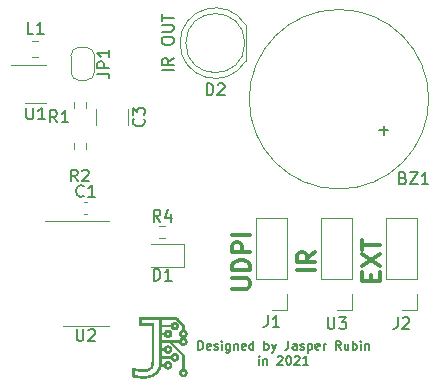
<source format=gbr>
%TF.GenerationSoftware,KiCad,Pcbnew,(5.1.9)-1*%
%TF.CreationDate,2021-02-25T21:12:44-03:30*%
%TF.ProjectId,annoy-o-me,616e6e6f-792d-46f2-9d6d-652e6b696361,rev?*%
%TF.SameCoordinates,Original*%
%TF.FileFunction,Legend,Top*%
%TF.FilePolarity,Positive*%
%FSLAX46Y46*%
G04 Gerber Fmt 4.6, Leading zero omitted, Abs format (unit mm)*
G04 Created by KiCad (PCBNEW (5.1.9)-1) date 2021-02-25 21:12:44*
%MOMM*%
%LPD*%
G01*
G04 APERTURE LIST*
%ADD10C,0.150000*%
%ADD11C,0.300000*%
%ADD12C,0.010000*%
%ADD13C,0.120000*%
G04 APERTURE END LIST*
D10*
X117452380Y-105809523D02*
X116452380Y-105809523D01*
X117452380Y-104761904D02*
X116976190Y-105095238D01*
X117452380Y-105333333D02*
X116452380Y-105333333D01*
X116452380Y-104952380D01*
X116500000Y-104857142D01*
X116547619Y-104809523D01*
X116642857Y-104761904D01*
X116785714Y-104761904D01*
X116880952Y-104809523D01*
X116928571Y-104857142D01*
X116976190Y-104952380D01*
X116976190Y-105333333D01*
X116452380Y-103380952D02*
X116452380Y-103190476D01*
X116500000Y-103095238D01*
X116595238Y-103000000D01*
X116785714Y-102952380D01*
X117119047Y-102952380D01*
X117309523Y-103000000D01*
X117404761Y-103095238D01*
X117452380Y-103190476D01*
X117452380Y-103380952D01*
X117404761Y-103476190D01*
X117309523Y-103571428D01*
X117119047Y-103619047D01*
X116785714Y-103619047D01*
X116595238Y-103571428D01*
X116500000Y-103476190D01*
X116452380Y-103380952D01*
X116452380Y-102523809D02*
X117261904Y-102523809D01*
X117357142Y-102476190D01*
X117404761Y-102428571D01*
X117452380Y-102333333D01*
X117452380Y-102142857D01*
X117404761Y-102047619D01*
X117357142Y-102000000D01*
X117261904Y-101952380D01*
X116452380Y-101952380D01*
X116452380Y-101619047D02*
X116452380Y-101047619D01*
X117452380Y-101333333D02*
X116452380Y-101333333D01*
X119535714Y-129451785D02*
X119535714Y-128701785D01*
X119714285Y-128701785D01*
X119821428Y-128737500D01*
X119892857Y-128808928D01*
X119928571Y-128880357D01*
X119964285Y-129023214D01*
X119964285Y-129130357D01*
X119928571Y-129273214D01*
X119892857Y-129344642D01*
X119821428Y-129416071D01*
X119714285Y-129451785D01*
X119535714Y-129451785D01*
X120571428Y-129416071D02*
X120500000Y-129451785D01*
X120357142Y-129451785D01*
X120285714Y-129416071D01*
X120250000Y-129344642D01*
X120250000Y-129058928D01*
X120285714Y-128987500D01*
X120357142Y-128951785D01*
X120500000Y-128951785D01*
X120571428Y-128987500D01*
X120607142Y-129058928D01*
X120607142Y-129130357D01*
X120250000Y-129201785D01*
X120892857Y-129416071D02*
X120964285Y-129451785D01*
X121107142Y-129451785D01*
X121178571Y-129416071D01*
X121214285Y-129344642D01*
X121214285Y-129308928D01*
X121178571Y-129237500D01*
X121107142Y-129201785D01*
X121000000Y-129201785D01*
X120928571Y-129166071D01*
X120892857Y-129094642D01*
X120892857Y-129058928D01*
X120928571Y-128987500D01*
X121000000Y-128951785D01*
X121107142Y-128951785D01*
X121178571Y-128987500D01*
X121535714Y-129451785D02*
X121535714Y-128951785D01*
X121535714Y-128701785D02*
X121500000Y-128737500D01*
X121535714Y-128773214D01*
X121571428Y-128737500D01*
X121535714Y-128701785D01*
X121535714Y-128773214D01*
X122214285Y-128951785D02*
X122214285Y-129558928D01*
X122178571Y-129630357D01*
X122142857Y-129666071D01*
X122071428Y-129701785D01*
X121964285Y-129701785D01*
X121892857Y-129666071D01*
X122214285Y-129416071D02*
X122142857Y-129451785D01*
X122000000Y-129451785D01*
X121928571Y-129416071D01*
X121892857Y-129380357D01*
X121857142Y-129308928D01*
X121857142Y-129094642D01*
X121892857Y-129023214D01*
X121928571Y-128987500D01*
X122000000Y-128951785D01*
X122142857Y-128951785D01*
X122214285Y-128987500D01*
X122571428Y-128951785D02*
X122571428Y-129451785D01*
X122571428Y-129023214D02*
X122607142Y-128987500D01*
X122678571Y-128951785D01*
X122785714Y-128951785D01*
X122857142Y-128987500D01*
X122892857Y-129058928D01*
X122892857Y-129451785D01*
X123535714Y-129416071D02*
X123464285Y-129451785D01*
X123321428Y-129451785D01*
X123250000Y-129416071D01*
X123214285Y-129344642D01*
X123214285Y-129058928D01*
X123250000Y-128987500D01*
X123321428Y-128951785D01*
X123464285Y-128951785D01*
X123535714Y-128987500D01*
X123571428Y-129058928D01*
X123571428Y-129130357D01*
X123214285Y-129201785D01*
X124214285Y-129451785D02*
X124214285Y-128701785D01*
X124214285Y-129416071D02*
X124142857Y-129451785D01*
X124000000Y-129451785D01*
X123928571Y-129416071D01*
X123892857Y-129380357D01*
X123857142Y-129308928D01*
X123857142Y-129094642D01*
X123892857Y-129023214D01*
X123928571Y-128987500D01*
X124000000Y-128951785D01*
X124142857Y-128951785D01*
X124214285Y-128987500D01*
X125142857Y-129451785D02*
X125142857Y-128701785D01*
X125142857Y-128987500D02*
X125214285Y-128951785D01*
X125357142Y-128951785D01*
X125428571Y-128987500D01*
X125464285Y-129023214D01*
X125500000Y-129094642D01*
X125500000Y-129308928D01*
X125464285Y-129380357D01*
X125428571Y-129416071D01*
X125357142Y-129451785D01*
X125214285Y-129451785D01*
X125142857Y-129416071D01*
X125750000Y-128951785D02*
X125928571Y-129451785D01*
X126107142Y-128951785D02*
X125928571Y-129451785D01*
X125857142Y-129630357D01*
X125821428Y-129666071D01*
X125750000Y-129701785D01*
X127178571Y-128701785D02*
X127178571Y-129237500D01*
X127142857Y-129344642D01*
X127071428Y-129416071D01*
X126964285Y-129451785D01*
X126892857Y-129451785D01*
X127857142Y-129451785D02*
X127857142Y-129058928D01*
X127821428Y-128987500D01*
X127750000Y-128951785D01*
X127607142Y-128951785D01*
X127535714Y-128987500D01*
X127857142Y-129416071D02*
X127785714Y-129451785D01*
X127607142Y-129451785D01*
X127535714Y-129416071D01*
X127499999Y-129344642D01*
X127499999Y-129273214D01*
X127535714Y-129201785D01*
X127607142Y-129166071D01*
X127785714Y-129166071D01*
X127857142Y-129130357D01*
X128178571Y-129416071D02*
X128250000Y-129451785D01*
X128392857Y-129451785D01*
X128464285Y-129416071D01*
X128500000Y-129344642D01*
X128500000Y-129308928D01*
X128464285Y-129237500D01*
X128392857Y-129201785D01*
X128285714Y-129201785D01*
X128214285Y-129166071D01*
X128178571Y-129094642D01*
X128178571Y-129058928D01*
X128214285Y-128987500D01*
X128285714Y-128951785D01*
X128392857Y-128951785D01*
X128464285Y-128987500D01*
X128821428Y-128951785D02*
X128821428Y-129701785D01*
X128821428Y-128987500D02*
X128892857Y-128951785D01*
X129035714Y-128951785D01*
X129107142Y-128987500D01*
X129142857Y-129023214D01*
X129178571Y-129094642D01*
X129178571Y-129308928D01*
X129142857Y-129380357D01*
X129107142Y-129416071D01*
X129035714Y-129451785D01*
X128892857Y-129451785D01*
X128821428Y-129416071D01*
X129785714Y-129416071D02*
X129714285Y-129451785D01*
X129571428Y-129451785D01*
X129500000Y-129416071D01*
X129464285Y-129344642D01*
X129464285Y-129058928D01*
X129500000Y-128987500D01*
X129571428Y-128951785D01*
X129714285Y-128951785D01*
X129785714Y-128987500D01*
X129821428Y-129058928D01*
X129821428Y-129130357D01*
X129464285Y-129201785D01*
X130142857Y-129451785D02*
X130142857Y-128951785D01*
X130142857Y-129094642D02*
X130178571Y-129023214D01*
X130214285Y-128987500D01*
X130285714Y-128951785D01*
X130357142Y-128951785D01*
X131607142Y-129451785D02*
X131357142Y-129094642D01*
X131178571Y-129451785D02*
X131178571Y-128701785D01*
X131464285Y-128701785D01*
X131535714Y-128737500D01*
X131571428Y-128773214D01*
X131607142Y-128844642D01*
X131607142Y-128951785D01*
X131571428Y-129023214D01*
X131535714Y-129058928D01*
X131464285Y-129094642D01*
X131178571Y-129094642D01*
X132250000Y-128951785D02*
X132250000Y-129451785D01*
X131928571Y-128951785D02*
X131928571Y-129344642D01*
X131964285Y-129416071D01*
X132035714Y-129451785D01*
X132142857Y-129451785D01*
X132214285Y-129416071D01*
X132250000Y-129380357D01*
X132607142Y-129451785D02*
X132607142Y-128701785D01*
X132607142Y-128987500D02*
X132678571Y-128951785D01*
X132821428Y-128951785D01*
X132892857Y-128987500D01*
X132928571Y-129023214D01*
X132964285Y-129094642D01*
X132964285Y-129308928D01*
X132928571Y-129380357D01*
X132892857Y-129416071D01*
X132821428Y-129451785D01*
X132678571Y-129451785D01*
X132607142Y-129416071D01*
X133285714Y-129451785D02*
X133285714Y-128951785D01*
X133285714Y-128701785D02*
X133250000Y-128737500D01*
X133285714Y-128773214D01*
X133321428Y-128737500D01*
X133285714Y-128701785D01*
X133285714Y-128773214D01*
X133642857Y-128951785D02*
X133642857Y-129451785D01*
X133642857Y-129023214D02*
X133678571Y-128987500D01*
X133750000Y-128951785D01*
X133857142Y-128951785D01*
X133928571Y-128987500D01*
X133964285Y-129058928D01*
X133964285Y-129451785D01*
X124696428Y-130726785D02*
X124696428Y-130226785D01*
X124696428Y-129976785D02*
X124660714Y-130012500D01*
X124696428Y-130048214D01*
X124732142Y-130012500D01*
X124696428Y-129976785D01*
X124696428Y-130048214D01*
X125053571Y-130226785D02*
X125053571Y-130726785D01*
X125053571Y-130298214D02*
X125089285Y-130262500D01*
X125160714Y-130226785D01*
X125267857Y-130226785D01*
X125339285Y-130262500D01*
X125375000Y-130333928D01*
X125375000Y-130726785D01*
X126267857Y-130048214D02*
X126303571Y-130012500D01*
X126375000Y-129976785D01*
X126553571Y-129976785D01*
X126625000Y-130012500D01*
X126660714Y-130048214D01*
X126696428Y-130119642D01*
X126696428Y-130191071D01*
X126660714Y-130298214D01*
X126232142Y-130726785D01*
X126696428Y-130726785D01*
X127160714Y-129976785D02*
X127232142Y-129976785D01*
X127303571Y-130012500D01*
X127339285Y-130048214D01*
X127375000Y-130119642D01*
X127410714Y-130262500D01*
X127410714Y-130441071D01*
X127375000Y-130583928D01*
X127339285Y-130655357D01*
X127303571Y-130691071D01*
X127232142Y-130726785D01*
X127160714Y-130726785D01*
X127089285Y-130691071D01*
X127053571Y-130655357D01*
X127017857Y-130583928D01*
X126982142Y-130441071D01*
X126982142Y-130262500D01*
X127017857Y-130119642D01*
X127053571Y-130048214D01*
X127089285Y-130012500D01*
X127160714Y-129976785D01*
X127696428Y-130048214D02*
X127732142Y-130012500D01*
X127803571Y-129976785D01*
X127982142Y-129976785D01*
X128053571Y-130012500D01*
X128089285Y-130048214D01*
X128125000Y-130119642D01*
X128125000Y-130191071D01*
X128089285Y-130298214D01*
X127660714Y-130726785D01*
X128125000Y-130726785D01*
X128839285Y-130726785D02*
X128410714Y-130726785D01*
X128625000Y-130726785D02*
X128625000Y-129976785D01*
X128553571Y-130083928D01*
X128482142Y-130155357D01*
X128410714Y-130191071D01*
D11*
X134142857Y-123607142D02*
X134142857Y-123107142D01*
X134928571Y-122892857D02*
X134928571Y-123607142D01*
X133428571Y-123607142D01*
X133428571Y-122892857D01*
X133428571Y-122392857D02*
X134928571Y-121392857D01*
X133428571Y-121392857D02*
X134928571Y-122392857D01*
X133428571Y-121035714D02*
X133428571Y-120178571D01*
X134928571Y-120607142D02*
X133428571Y-120607142D01*
X129428571Y-122750000D02*
X127928571Y-122750000D01*
X129428571Y-121178571D02*
X128714285Y-121678571D01*
X129428571Y-122035714D02*
X127928571Y-122035714D01*
X127928571Y-121464285D01*
X128000000Y-121321428D01*
X128071428Y-121250000D01*
X128214285Y-121178571D01*
X128428571Y-121178571D01*
X128571428Y-121250000D01*
X128642857Y-121321428D01*
X128714285Y-121464285D01*
X128714285Y-122035714D01*
X122428571Y-124285714D02*
X123642857Y-124285714D01*
X123785714Y-124214285D01*
X123857142Y-124142857D01*
X123928571Y-124000000D01*
X123928571Y-123714285D01*
X123857142Y-123571428D01*
X123785714Y-123500000D01*
X123642857Y-123428571D01*
X122428571Y-123428571D01*
X123928571Y-122714285D02*
X122428571Y-122714285D01*
X122428571Y-122357142D01*
X122500000Y-122142857D01*
X122642857Y-122000000D01*
X122785714Y-121928571D01*
X123071428Y-121857142D01*
X123285714Y-121857142D01*
X123571428Y-121928571D01*
X123714285Y-122000000D01*
X123857142Y-122142857D01*
X123928571Y-122357142D01*
X123928571Y-122714285D01*
X123928571Y-121214285D02*
X122428571Y-121214285D01*
X122428571Y-120642857D01*
X122500000Y-120500000D01*
X122571428Y-120428571D01*
X122714285Y-120357142D01*
X122928571Y-120357142D01*
X123071428Y-120428571D01*
X123142857Y-120500000D01*
X123214285Y-120642857D01*
X123214285Y-121214285D01*
X123928571Y-119714285D02*
X122428571Y-119714285D01*
D12*
%TO.C,G\u002A\u002A\u002A*%
G36*
X117718960Y-126736670D02*
G01*
X117735013Y-126753959D01*
X117756898Y-126777537D01*
X117783538Y-126806243D01*
X117813856Y-126838916D01*
X117846776Y-126874397D01*
X117881221Y-126911524D01*
X117916114Y-126949137D01*
X117932127Y-126966400D01*
X117969650Y-127006738D01*
X118009643Y-127049529D01*
X118050588Y-127093161D01*
X118090967Y-127136024D01*
X118129265Y-127176509D01*
X118163963Y-127213007D01*
X118193544Y-127243905D01*
X118197815Y-127248340D01*
X118308130Y-127362780D01*
X118308480Y-127764784D01*
X118335150Y-127773224D01*
X118381257Y-127792918D01*
X118424491Y-127821271D01*
X118463504Y-127856899D01*
X118496951Y-127898415D01*
X118523487Y-127944434D01*
X118538512Y-127982540D01*
X118546280Y-128017409D01*
X118550043Y-128057815D01*
X118549801Y-128099954D01*
X118545555Y-128140025D01*
X118538523Y-128170500D01*
X118517368Y-128221367D01*
X118487673Y-128267636D01*
X118450385Y-128308345D01*
X118406450Y-128342532D01*
X118356816Y-128369236D01*
X118334104Y-128378127D01*
X118312377Y-128385257D01*
X118293978Y-128389785D01*
X118275164Y-128392290D01*
X118252195Y-128393355D01*
X118234820Y-128393544D01*
X118205799Y-128393164D01*
X118183384Y-128391465D01*
X118164058Y-128388002D01*
X118144304Y-128382334D01*
X118143380Y-128382030D01*
X118099678Y-128365114D01*
X118062505Y-128344705D01*
X118028318Y-128318647D01*
X118008060Y-128299698D01*
X117986517Y-128277058D01*
X117970476Y-128256715D01*
X117957241Y-128234965D01*
X117948890Y-128218368D01*
X117938712Y-128195430D01*
X117929557Y-128172048D01*
X117922999Y-128152328D01*
X117921749Y-128147640D01*
X117917334Y-128119946D01*
X117915489Y-128086695D01*
X117915681Y-128076413D01*
X118062100Y-128076413D01*
X118062685Y-128100611D01*
X118064928Y-128118626D01*
X118069556Y-128134393D01*
X118075279Y-128147640D01*
X118089742Y-128171862D01*
X118109126Y-128195628D01*
X118130519Y-128215741D01*
X118148157Y-128227603D01*
X118186776Y-128242365D01*
X118227350Y-128248074D01*
X118267799Y-128244659D01*
X118304287Y-128232869D01*
X118341025Y-128211153D01*
X118369527Y-128183507D01*
X118389657Y-128150131D01*
X118401281Y-128111227D01*
X118404168Y-128084140D01*
X118402781Y-128045043D01*
X118394414Y-128011699D01*
X118378153Y-127981711D01*
X118354606Y-127954193D01*
X118325460Y-127929449D01*
X118295437Y-127913631D01*
X118262120Y-127905825D01*
X118224660Y-127905029D01*
X118181882Y-127911588D01*
X118145117Y-127926323D01*
X118114235Y-127949318D01*
X118089109Y-127980656D01*
X118078823Y-127999156D01*
X118070305Y-128017610D01*
X118065277Y-128032818D01*
X118062846Y-128048906D01*
X118062120Y-128069999D01*
X118062100Y-128076413D01*
X117915681Y-128076413D01*
X117916143Y-128051763D01*
X117919225Y-128019031D01*
X117924569Y-127992700D01*
X117944314Y-127941748D01*
X117972091Y-127894807D01*
X118006752Y-127853110D01*
X118047149Y-127817894D01*
X118092135Y-127790393D01*
X118125626Y-127776432D01*
X118161160Y-127764335D01*
X118161160Y-127592305D01*
X118161159Y-127420276D01*
X118057754Y-127312788D01*
X118036054Y-127290107D01*
X118009910Y-127262576D01*
X117980103Y-127231033D01*
X117947413Y-127196315D01*
X117912621Y-127159259D01*
X117876507Y-127120703D01*
X117839852Y-127081483D01*
X117803435Y-127042438D01*
X117768038Y-127004404D01*
X117734440Y-126968218D01*
X117703423Y-126934719D01*
X117675766Y-126904743D01*
X117652250Y-126879127D01*
X117633655Y-126858710D01*
X117620763Y-126844327D01*
X117615960Y-126838791D01*
X117601620Y-126821760D01*
X116398400Y-126821760D01*
X116398400Y-127339920D01*
X117204511Y-127339920D01*
X117210890Y-127318330D01*
X117229033Y-127273313D01*
X117255641Y-127229931D01*
X117289026Y-127190166D01*
X117327498Y-127155998D01*
X117369370Y-127129409D01*
X117373760Y-127127204D01*
X117424756Y-127106387D01*
X117474474Y-127094871D01*
X117524710Y-127092270D01*
X117535055Y-127092791D01*
X117590521Y-127101407D01*
X117642827Y-127119178D01*
X117690981Y-127145333D01*
X117733993Y-127179102D01*
X117770872Y-127219713D01*
X117800627Y-127266397D01*
X117821341Y-127315506D01*
X117829834Y-127352099D01*
X117833903Y-127394005D01*
X117833532Y-127437378D01*
X117828703Y-127478376D01*
X117822218Y-127505020D01*
X117802801Y-127551570D01*
X117775349Y-127596104D01*
X117741630Y-127636358D01*
X117703413Y-127670070D01*
X117682042Y-127684448D01*
X117642918Y-127705011D01*
X117604334Y-127718528D01*
X117562935Y-127725908D01*
X117521080Y-127728050D01*
X117483278Y-127727176D01*
X117451518Y-127723425D01*
X117421876Y-127715913D01*
X117390432Y-127703759D01*
X117368964Y-127693821D01*
X117333912Y-127672305D01*
X117299673Y-127642876D01*
X117268073Y-127607730D01*
X117240940Y-127569065D01*
X117220099Y-127529077D01*
X117210881Y-127503719D01*
X117204493Y-127482099D01*
X116802716Y-127483399D01*
X116400940Y-127484700D01*
X116400940Y-128002860D01*
X116513529Y-128004226D01*
X116626119Y-128005592D01*
X116634754Y-127978826D01*
X116655832Y-127929607D01*
X116686009Y-127883478D01*
X116715434Y-127850428D01*
X116758183Y-127814571D01*
X116803860Y-127787733D01*
X116851571Y-127769543D01*
X116900418Y-127759629D01*
X116949507Y-127757621D01*
X116997940Y-127763146D01*
X117044823Y-127775832D01*
X117089259Y-127795308D01*
X117130351Y-127821202D01*
X117167205Y-127853143D01*
X117198925Y-127890759D01*
X117224613Y-127933679D01*
X117243375Y-127981530D01*
X117254313Y-128033941D01*
X117256844Y-128074999D01*
X117255538Y-128111630D01*
X117250854Y-128143431D01*
X117241869Y-128174371D01*
X117227656Y-128208416D01*
X117223811Y-128216558D01*
X117195771Y-128263872D01*
X117160849Y-128304525D01*
X117120156Y-128338131D01*
X117074803Y-128364303D01*
X117025900Y-128382654D01*
X116974558Y-128392797D01*
X116921886Y-128394344D01*
X116868997Y-128386910D01*
X116817000Y-128370108D01*
X116802260Y-128363434D01*
X116753086Y-128334561D01*
X116711304Y-128298982D01*
X116676664Y-128256396D01*
X116648914Y-128206500D01*
X116630064Y-128156529D01*
X116628439Y-128153647D01*
X116624744Y-128151460D01*
X116617729Y-128149875D01*
X116606144Y-128148796D01*
X116588737Y-128148129D01*
X116564258Y-128147779D01*
X116531456Y-128147650D01*
X116512859Y-128147639D01*
X116398400Y-128147640D01*
X116398400Y-128665800D01*
X117920504Y-128665800D01*
X117934815Y-128628970D01*
X117959697Y-128578270D01*
X117992400Y-128532990D01*
X118031893Y-128494110D01*
X118077145Y-128462608D01*
X118127124Y-128439465D01*
X118138300Y-128435703D01*
X118167109Y-128429135D01*
X118201435Y-128425188D01*
X118238046Y-128423890D01*
X118273709Y-128425268D01*
X118305191Y-128429352D01*
X118323720Y-128434072D01*
X118378793Y-128457592D01*
X118427184Y-128488391D01*
X118468444Y-128525998D01*
X118502125Y-128569942D01*
X118527780Y-128619753D01*
X118542302Y-128663816D01*
X118550951Y-128717321D01*
X118550406Y-128772603D01*
X118544748Y-128809924D01*
X118529183Y-128859626D01*
X118504770Y-128906436D01*
X118472685Y-128949137D01*
X118434101Y-128986511D01*
X118390191Y-129017341D01*
X118342131Y-129040412D01*
X118313560Y-129049562D01*
X118277567Y-129055999D01*
X118236974Y-129058293D01*
X118195829Y-129056512D01*
X118158179Y-129050719D01*
X118143380Y-129046798D01*
X118091309Y-129025606D01*
X118044069Y-128996365D01*
X118002685Y-128960069D01*
X117968182Y-128917711D01*
X117941585Y-128870285D01*
X117929841Y-128839790D01*
X117921230Y-128813120D01*
X117255690Y-128813120D01*
X117433861Y-128994730D01*
X117464494Y-129025934D01*
X117501384Y-129063481D01*
X117543657Y-129106481D01*
X117590436Y-129154042D01*
X117640845Y-129205276D01*
X117694007Y-129259291D01*
X117749047Y-129315198D01*
X117805087Y-129372105D01*
X117861252Y-129429122D01*
X117916665Y-129485360D01*
X117960072Y-129529400D01*
X118308112Y-129882460D01*
X118308480Y-131087598D01*
X118340230Y-131099024D01*
X118390138Y-131122207D01*
X118435392Y-131153637D01*
X118474836Y-131192117D01*
X118507317Y-131236447D01*
X118531682Y-131285432D01*
X118538523Y-131304860D01*
X118546286Y-131339979D01*
X118550045Y-131380506D01*
X118549799Y-131422638D01*
X118545548Y-131462572D01*
X118538512Y-131492820D01*
X118516743Y-131545167D01*
X118486593Y-131592244D01*
X118448765Y-131633334D01*
X118403960Y-131667722D01*
X118352879Y-131694691D01*
X118333039Y-131702464D01*
X118314300Y-131708630D01*
X118297310Y-131712603D01*
X118278771Y-131714849D01*
X118255389Y-131715835D01*
X118237360Y-131716017D01*
X118182793Y-131712939D01*
X118134442Y-131702826D01*
X118090584Y-131684986D01*
X118049496Y-131658724D01*
X118011012Y-131624900D01*
X117973786Y-131582674D01*
X117946184Y-131539000D01*
X117927671Y-131492626D01*
X117917713Y-131442301D01*
X117915537Y-131401380D01*
X117916249Y-131391295D01*
X118061459Y-131391295D01*
X118062768Y-131425905D01*
X118069722Y-131457160D01*
X118073472Y-131466553D01*
X118094897Y-131503164D01*
X118122432Y-131532187D01*
X118157100Y-131554556D01*
X118180688Y-131564780D01*
X118204325Y-131569924D01*
X118233378Y-131570837D01*
X118264164Y-131567815D01*
X118293002Y-131561149D01*
X118310059Y-131554472D01*
X118343234Y-131533040D01*
X118369625Y-131505446D01*
X118388974Y-131473201D01*
X118401021Y-131437812D01*
X118405508Y-131400789D01*
X118402176Y-131363642D01*
X118390765Y-131327879D01*
X118371019Y-131295009D01*
X118357228Y-131279421D01*
X118330750Y-131256070D01*
X118305090Y-131240739D01*
X118277071Y-131232114D01*
X118243517Y-131228880D01*
X118234820Y-131228760D01*
X118210550Y-131229180D01*
X118192726Y-131231006D01*
X118177660Y-131234901D01*
X118161663Y-131241525D01*
X118160408Y-131242111D01*
X118125765Y-131263773D01*
X118096710Y-131292957D01*
X118075551Y-131326968D01*
X118065738Y-131357069D01*
X118061459Y-131391295D01*
X117916249Y-131391295D01*
X117919525Y-131344959D01*
X117931832Y-131293857D01*
X117952921Y-131246948D01*
X117983254Y-131203108D01*
X118008656Y-131175216D01*
X118048393Y-131140885D01*
X118091200Y-131113751D01*
X118134903Y-131095165D01*
X118139570Y-131093730D01*
X118161160Y-131087351D01*
X118161160Y-129940674D01*
X117051180Y-128813470D01*
X116398400Y-128813120D01*
X116398400Y-129072295D01*
X116398399Y-129331470D01*
X116513092Y-129330105D01*
X116627784Y-129328740D01*
X116637060Y-129302390D01*
X116652083Y-129266131D01*
X116670798Y-129233989D01*
X116695264Y-129202786D01*
X116715781Y-129180944D01*
X116758713Y-129143682D01*
X116804321Y-129116088D01*
X116853311Y-129097865D01*
X116906389Y-129088714D01*
X116937134Y-129087440D01*
X116994092Y-129091772D01*
X117046289Y-129104959D01*
X117094425Y-129127286D01*
X117139196Y-129159039D01*
X117160883Y-129178878D01*
X117198708Y-129222371D01*
X117226909Y-129268861D01*
X117245726Y-129318923D01*
X117255401Y-129373131D01*
X117256920Y-129407124D01*
X117252609Y-129462182D01*
X117239450Y-129512953D01*
X117217102Y-129560244D01*
X117185225Y-129604859D01*
X117163125Y-129628935D01*
X117120218Y-129666154D01*
X117074710Y-129693706D01*
X117025828Y-129711915D01*
X116972797Y-129721108D01*
X116941142Y-129722440D01*
X116902277Y-129721031D01*
X116869207Y-129716211D01*
X116837885Y-129707087D01*
X116804264Y-129692765D01*
X116802260Y-129691805D01*
X116754741Y-129663819D01*
X116712898Y-129628810D01*
X116677833Y-129588028D01*
X116650644Y-129542721D01*
X116634512Y-129501460D01*
X116628424Y-129481140D01*
X116513365Y-129479774D01*
X116398305Y-129478409D01*
X116399622Y-129733774D01*
X116400940Y-129989140D01*
X117206898Y-129989140D01*
X117216625Y-129961518D01*
X117237923Y-129914981D01*
X117268183Y-129871459D01*
X117292696Y-129844576D01*
X117335879Y-129807682D01*
X117382282Y-129780355D01*
X117432435Y-129762376D01*
X117486870Y-129753525D01*
X117516000Y-129752454D01*
X117572881Y-129756740D01*
X117624691Y-129769642D01*
X117672240Y-129791490D01*
X117716339Y-129822617D01*
X117739414Y-129843808D01*
X117776598Y-129887645D01*
X117804868Y-129935527D01*
X117824069Y-129986460D01*
X117834048Y-130039447D01*
X117834648Y-130093493D01*
X117825716Y-130147604D01*
X117807097Y-130200783D01*
X117797847Y-130219785D01*
X117768643Y-130264767D01*
X117731459Y-130304779D01*
X117687783Y-130338540D01*
X117639101Y-130364771D01*
X117621034Y-130371979D01*
X117604825Y-130377505D01*
X117590314Y-130381249D01*
X117574841Y-130383543D01*
X117555745Y-130384722D01*
X117530365Y-130385119D01*
X117516000Y-130385130D01*
X117486969Y-130384892D01*
X117465508Y-130384061D01*
X117449031Y-130382306D01*
X117434950Y-130379291D01*
X117420680Y-130374685D01*
X117413172Y-130371876D01*
X117360306Y-130346729D01*
X117313662Y-130314564D01*
X117274018Y-130276138D01*
X117242150Y-130232207D01*
X117218837Y-130183527D01*
X117218343Y-130182180D01*
X117207248Y-130151700D01*
X116803380Y-130150399D01*
X116399512Y-130149099D01*
X116396629Y-130371379D01*
X116395920Y-130419133D01*
X116395075Y-130464720D01*
X116394127Y-130506924D01*
X116393111Y-130544530D01*
X116392062Y-130576321D01*
X116391015Y-130601082D01*
X116390004Y-130617595D01*
X116389455Y-130622870D01*
X116385164Y-130652080D01*
X116629540Y-130651930D01*
X116641688Y-130620255D01*
X116666335Y-130569829D01*
X116699079Y-130524948D01*
X116738991Y-130486491D01*
X116785144Y-130455334D01*
X116836608Y-130432355D01*
X116842501Y-130430382D01*
X116864395Y-130423915D01*
X116884130Y-130419893D01*
X116905522Y-130417791D01*
X116932389Y-130417084D01*
X116939420Y-130417064D01*
X116967284Y-130417472D01*
X116988707Y-130419059D01*
X117007385Y-130422351D01*
X117027016Y-130427874D01*
X117035891Y-130430801D01*
X117089699Y-130454068D01*
X117137021Y-130485103D01*
X117177567Y-130523623D01*
X117211047Y-130569348D01*
X117237173Y-130621993D01*
X117240463Y-130630532D01*
X117249702Y-130664506D01*
X117255087Y-130704175D01*
X117256422Y-130745759D01*
X117253509Y-130785474D01*
X117249599Y-130807020D01*
X117232116Y-130859970D01*
X117205887Y-130908451D01*
X117171646Y-130951647D01*
X117130127Y-130988742D01*
X117082066Y-131018919D01*
X117043560Y-131036003D01*
X117026583Y-131042016D01*
X117011856Y-131046064D01*
X116996589Y-131048529D01*
X116977996Y-131049792D01*
X116953290Y-131050236D01*
X116939420Y-131050271D01*
X116906928Y-131049847D01*
X116881310Y-131048075D01*
X116859295Y-131044209D01*
X116837615Y-131037508D01*
X116813000Y-131027228D01*
X116789560Y-131016198D01*
X116755734Y-130995452D01*
X116722391Y-130966996D01*
X116691517Y-130933167D01*
X116665094Y-130896305D01*
X116645108Y-130858747D01*
X116636846Y-130836230D01*
X116630471Y-130814640D01*
X116492845Y-130814644D01*
X116355220Y-130814649D01*
X116341107Y-130868585D01*
X116308831Y-130972017D01*
X116267161Y-131072053D01*
X116216502Y-131167978D01*
X116157262Y-131259075D01*
X116089846Y-131344629D01*
X116040663Y-131398127D01*
X115958416Y-131475677D01*
X115870893Y-131545309D01*
X115777819Y-131607148D01*
X115678918Y-131661322D01*
X115573914Y-131707954D01*
X115462532Y-131747171D01*
X115344495Y-131779098D01*
X115219527Y-131803861D01*
X115118240Y-131818145D01*
X115095147Y-131820261D01*
X115063794Y-131822254D01*
X115026073Y-131824078D01*
X114983879Y-131825688D01*
X114939104Y-131827038D01*
X114893643Y-131828083D01*
X114849389Y-131828777D01*
X114808237Y-131829076D01*
X114772079Y-131828933D01*
X114742810Y-131828303D01*
X114727080Y-131827524D01*
X114623061Y-131819512D01*
X114519052Y-131810040D01*
X114416624Y-131799301D01*
X114317344Y-131787487D01*
X114222782Y-131774790D01*
X114134507Y-131761402D01*
X114054088Y-131747516D01*
X114019690Y-131740919D01*
X113924440Y-131721983D01*
X113924440Y-131370557D01*
X114066680Y-131370557D01*
X114066700Y-131425107D01*
X114066784Y-131470370D01*
X114066965Y-131507220D01*
X114067275Y-131536532D01*
X114067749Y-131559178D01*
X114068419Y-131576033D01*
X114069319Y-131587970D01*
X114070482Y-131595862D01*
X114071941Y-131600584D01*
X114073730Y-131603009D01*
X114075570Y-131603927D01*
X114096170Y-131608842D01*
X114125728Y-131614397D01*
X114163069Y-131620460D01*
X114207021Y-131626899D01*
X114256409Y-131633582D01*
X114310061Y-131640376D01*
X114366803Y-131647149D01*
X114425461Y-131653770D01*
X114484862Y-131660104D01*
X114543833Y-131666022D01*
X114601200Y-131671389D01*
X114655790Y-131676074D01*
X114706429Y-131679946D01*
X114751944Y-131682870D01*
X114791162Y-131684716D01*
X114793120Y-131684784D01*
X114835738Y-131685490D01*
X114885142Y-131685096D01*
X114938031Y-131683712D01*
X114991103Y-131681451D01*
X115041055Y-131678420D01*
X115080140Y-131675175D01*
X115204432Y-131658904D01*
X115322914Y-131634886D01*
X115435402Y-131603221D01*
X115541710Y-131564011D01*
X115641655Y-131517358D01*
X115735054Y-131463362D01*
X115821720Y-131402124D01*
X115901471Y-131333747D01*
X115974122Y-131258331D01*
X116039490Y-131175977D01*
X116070388Y-131130681D01*
X116107111Y-131067469D01*
X116141053Y-130996262D01*
X116171532Y-130919009D01*
X116197867Y-130837655D01*
X116219376Y-130754149D01*
X116220539Y-130748063D01*
X116766701Y-130748063D01*
X116773174Y-130785063D01*
X116787434Y-130819817D01*
X116809383Y-130850765D01*
X116837454Y-130875348D01*
X116864326Y-130891166D01*
X116891083Y-130900582D01*
X116921219Y-130904524D01*
X116947040Y-130904492D01*
X116972432Y-130902750D01*
X116991536Y-130899310D01*
X117008184Y-130893345D01*
X117015851Y-130889640D01*
X117050299Y-130866665D01*
X117077818Y-130837369D01*
X117097688Y-130803166D01*
X117109192Y-130765472D01*
X117111609Y-130725704D01*
X117109231Y-130705732D01*
X117097142Y-130664937D01*
X117076701Y-130629891D01*
X117048077Y-130600812D01*
X117011439Y-130577917D01*
X117008609Y-130576566D01*
X116991948Y-130569567D01*
X116976573Y-130565552D01*
X116958549Y-130563811D01*
X116936880Y-130563598D01*
X116901475Y-130566155D01*
X116872250Y-130573884D01*
X116846015Y-130588028D01*
X116820652Y-130608818D01*
X116794991Y-130639196D01*
X116777512Y-130673569D01*
X116768114Y-130710379D01*
X116766701Y-130748063D01*
X116220539Y-130748063D01*
X116235378Y-130670437D01*
X116238246Y-130651090D01*
X116239802Y-130639705D01*
X116241265Y-130628288D01*
X116242638Y-130616513D01*
X116243924Y-130604055D01*
X116245124Y-130590588D01*
X116246243Y-130575787D01*
X116247283Y-130559326D01*
X116248248Y-130540880D01*
X116249139Y-130520122D01*
X116249960Y-130496729D01*
X116250713Y-130470374D01*
X116251402Y-130440731D01*
X116252030Y-130407476D01*
X116252599Y-130370282D01*
X116253113Y-130328824D01*
X116253573Y-130282776D01*
X116253984Y-130231814D01*
X116254347Y-130175611D01*
X116254666Y-130113842D01*
X116254844Y-130070420D01*
X117345820Y-130070420D01*
X117346218Y-130093985D01*
X117347871Y-130110947D01*
X117351469Y-130124847D01*
X117357699Y-130139226D01*
X117360142Y-130144080D01*
X117383764Y-130180067D01*
X117413130Y-130208314D01*
X117447059Y-130228394D01*
X117484374Y-130239880D01*
X117523896Y-130242344D01*
X117564447Y-130235361D01*
X117588249Y-130226692D01*
X117619681Y-130207869D01*
X117647549Y-130181569D01*
X117669376Y-130150421D01*
X117678260Y-130131251D01*
X117684499Y-130112194D01*
X117687579Y-130094523D01*
X117688092Y-130073703D01*
X117687549Y-130060260D01*
X117680816Y-130017812D01*
X117665602Y-129980841D01*
X117642214Y-129949725D01*
X117610958Y-129924841D01*
X117572141Y-129906569D01*
X117559601Y-129902585D01*
X117521803Y-129896776D01*
X117483815Y-129900208D01*
X117447256Y-129912126D01*
X117413745Y-129931774D01*
X117384899Y-129958395D01*
X117362338Y-129991235D01*
X117360014Y-129995794D01*
X117352886Y-130011685D01*
X117348609Y-130026009D01*
X117346489Y-130042406D01*
X117345835Y-130064515D01*
X117345820Y-130070420D01*
X116254844Y-130070420D01*
X116254944Y-130046182D01*
X116255184Y-129972304D01*
X116255388Y-129891884D01*
X116255559Y-129804596D01*
X116255701Y-129710114D01*
X116255815Y-129608113D01*
X116255906Y-129498268D01*
X116255961Y-129404497D01*
X116766841Y-129404497D01*
X116766843Y-129404833D01*
X116767710Y-129429416D01*
X116770669Y-129448293D01*
X116776559Y-129465839D01*
X116780056Y-129473751D01*
X116802016Y-129510147D01*
X116830073Y-129539320D01*
X116862957Y-129560786D01*
X116899396Y-129574060D01*
X116938119Y-129578658D01*
X116977854Y-129574094D01*
X117012307Y-129562273D01*
X117046651Y-129541206D01*
X117074491Y-129513037D01*
X117094998Y-129479093D01*
X117107341Y-129440700D01*
X117110792Y-129404940D01*
X117106083Y-129362980D01*
X117092499Y-129325086D01*
X117070536Y-129292211D01*
X117040688Y-129265309D01*
X117036826Y-129262676D01*
X116999482Y-129243517D01*
X116960745Y-129233716D01*
X116921961Y-129232913D01*
X116884476Y-129240751D01*
X116849639Y-129256871D01*
X116818796Y-129280913D01*
X116793294Y-129312519D01*
X116783396Y-129330170D01*
X116774597Y-129349354D01*
X116769568Y-129365143D01*
X116767315Y-129382028D01*
X116766841Y-129404497D01*
X116255961Y-129404497D01*
X116255976Y-129380252D01*
X116256027Y-129253741D01*
X116256063Y-129118408D01*
X116256087Y-128973929D01*
X116256101Y-128819977D01*
X116256104Y-128741893D01*
X118062149Y-128741893D01*
X118062947Y-128767795D01*
X118065667Y-128787236D01*
X118070904Y-128803823D01*
X118073220Y-128809143D01*
X118093300Y-128841726D01*
X118120853Y-128870566D01*
X118153445Y-128893620D01*
X118188640Y-128908842D01*
X118193584Y-128910218D01*
X118217079Y-128913143D01*
X118245548Y-128912068D01*
X118274836Y-128907459D01*
X118300792Y-128899783D01*
X118305873Y-128897623D01*
X118336871Y-128878633D01*
X118364550Y-128852635D01*
X118385836Y-128822645D01*
X118389428Y-128815660D01*
X118400076Y-128783508D01*
X118404485Y-128747122D01*
X118402508Y-128710396D01*
X118394588Y-128678756D01*
X118377980Y-128647111D01*
X118353983Y-128617856D01*
X118325348Y-128594055D01*
X118311120Y-128585653D01*
X118281865Y-128575152D01*
X118247633Y-128569956D01*
X118212218Y-128570240D01*
X118179415Y-128576180D01*
X118170572Y-128579122D01*
X118134996Y-128597837D01*
X118105100Y-128624789D01*
X118081495Y-128659406D01*
X118078796Y-128664690D01*
X118070299Y-128683093D01*
X118065287Y-128698249D01*
X118062870Y-128714272D01*
X118062163Y-128735279D01*
X118062149Y-128741893D01*
X116256104Y-128741893D01*
X116256109Y-128656228D01*
X116256109Y-128637133D01*
X116256111Y-128475031D01*
X116256106Y-128322783D01*
X116256093Y-128180084D01*
X116256079Y-128089415D01*
X116765986Y-128089415D01*
X116766488Y-128094363D01*
X116775015Y-128128575D01*
X116791036Y-128162295D01*
X116812793Y-128192880D01*
X116838529Y-128217687D01*
X116856137Y-128229235D01*
X116890619Y-128242429D01*
X116928883Y-128248018D01*
X116967909Y-128245944D01*
X117004680Y-128236151D01*
X117013805Y-128232188D01*
X117046594Y-128211353D01*
X117073801Y-128183627D01*
X117094485Y-128150798D01*
X117107707Y-128114650D01*
X117112528Y-128076968D01*
X117110128Y-128049111D01*
X117098049Y-128009644D01*
X117077803Y-127974315D01*
X117050618Y-127944631D01*
X117017723Y-127922098D01*
X117000123Y-127914211D01*
X116981105Y-127907994D01*
X116963417Y-127904931D01*
X116942533Y-127904431D01*
X116929260Y-127904970D01*
X116894330Y-127909368D01*
X116864287Y-127919476D01*
X116834829Y-127936844D01*
X116829005Y-127941046D01*
X116807523Y-127962339D01*
X116789307Y-127990698D01*
X116775531Y-128023247D01*
X116767366Y-128057112D01*
X116765986Y-128089415D01*
X116256079Y-128089415D01*
X116256071Y-128046628D01*
X116256039Y-127922109D01*
X116255994Y-127806222D01*
X116255936Y-127698661D01*
X116255863Y-127599121D01*
X116255774Y-127507295D01*
X116255668Y-127422878D01*
X116255650Y-127411040D01*
X117345820Y-127411040D01*
X117346413Y-127435254D01*
X117348680Y-127453304D01*
X117353352Y-127469139D01*
X117358978Y-127482160D01*
X117379206Y-127516641D01*
X117404549Y-127543697D01*
X117436650Y-127564806D01*
X117464408Y-127576980D01*
X117488045Y-127582124D01*
X117517098Y-127583037D01*
X117547884Y-127580015D01*
X117576722Y-127573349D01*
X117593779Y-127566672D01*
X117623950Y-127546958D01*
X117650780Y-127520076D01*
X117671571Y-127488997D01*
X117678779Y-127473024D01*
X117684743Y-127454499D01*
X117687669Y-127436665D01*
X117688104Y-127415172D01*
X117687618Y-127402822D01*
X117680947Y-127360238D01*
X117665591Y-127322902D01*
X117641684Y-127291015D01*
X117609362Y-127264781D01*
X117588219Y-127252920D01*
X117573645Y-127246797D01*
X117558461Y-127243156D01*
X117539281Y-127241420D01*
X117518540Y-127241010D01*
X117494310Y-127241399D01*
X117476531Y-127243192D01*
X117461520Y-127247049D01*
X117445596Y-127253627D01*
X117444128Y-127254311D01*
X117409485Y-127275973D01*
X117380430Y-127305157D01*
X117359271Y-127339168D01*
X117352141Y-127356253D01*
X117348025Y-127372267D01*
X117346173Y-127391212D01*
X117345820Y-127411040D01*
X116255650Y-127411040D01*
X116255544Y-127345565D01*
X116255399Y-127275049D01*
X116255233Y-127211026D01*
X116255044Y-127153188D01*
X116254831Y-127101232D01*
X116254592Y-127054851D01*
X116254327Y-127013739D01*
X116254034Y-126977591D01*
X116253711Y-126946102D01*
X116253358Y-126918964D01*
X116252972Y-126895874D01*
X116252553Y-126876525D01*
X116252099Y-126860611D01*
X116251609Y-126847827D01*
X116251081Y-126837867D01*
X116250515Y-126830426D01*
X116249908Y-126825198D01*
X116249260Y-126821876D01*
X116248569Y-126820157D01*
X116248124Y-126819763D01*
X116242210Y-126819412D01*
X116226696Y-126819073D01*
X116202141Y-126818747D01*
X116169104Y-126818436D01*
X116128145Y-126818144D01*
X116079824Y-126817871D01*
X116024700Y-126817621D01*
X115963331Y-126817396D01*
X115896279Y-126817197D01*
X115824102Y-126817027D01*
X115747360Y-126816888D01*
X115666612Y-126816783D01*
X115582418Y-126816713D01*
X115495337Y-126816681D01*
X115468344Y-126816680D01*
X114696600Y-126816680D01*
X114696600Y-127197680D01*
X115743080Y-127197680D01*
X115742988Y-128715330D01*
X115742962Y-128860768D01*
X115742903Y-129001223D01*
X115742812Y-129136401D01*
X115742689Y-129266005D01*
X115742536Y-129389741D01*
X115742353Y-129507314D01*
X115742141Y-129618429D01*
X115741902Y-129722791D01*
X115741636Y-129820104D01*
X115741344Y-129910074D01*
X115741027Y-129992406D01*
X115740686Y-130066804D01*
X115740322Y-130132974D01*
X115739936Y-130190620D01*
X115739528Y-130239448D01*
X115739100Y-130279162D01*
X115738653Y-130309467D01*
X115738187Y-130330068D01*
X115737925Y-130337120D01*
X115732212Y-130433426D01*
X115724688Y-130521334D01*
X115715399Y-130600485D01*
X115704391Y-130670520D01*
X115691709Y-130731078D01*
X115684081Y-130760064D01*
X115657775Y-130837411D01*
X115625004Y-130907814D01*
X115585553Y-130971433D01*
X115539202Y-131028426D01*
X115485735Y-131078951D01*
X115424936Y-131123167D01*
X115356586Y-131161233D01*
X115280468Y-131193308D01*
X115196366Y-131219549D01*
X115104062Y-131240116D01*
X115006480Y-131254794D01*
X114966645Y-131258548D01*
X114919469Y-131261352D01*
X114867158Y-131263204D01*
X114811921Y-131264106D01*
X114755966Y-131264058D01*
X114701499Y-131263059D01*
X114650731Y-131261110D01*
X114605867Y-131258212D01*
X114572140Y-131254762D01*
X114493126Y-131242698D01*
X114407253Y-131226091D01*
X114316505Y-131205391D01*
X114222871Y-131181050D01*
X114132156Y-131154692D01*
X114110580Y-131148336D01*
X114092055Y-131143326D01*
X114079113Y-131140323D01*
X114075006Y-131139760D01*
X114073035Y-131140445D01*
X114071399Y-131143073D01*
X114070068Y-131148499D01*
X114069010Y-131157580D01*
X114068196Y-131171172D01*
X114067594Y-131190131D01*
X114067173Y-131215314D01*
X114066902Y-131247576D01*
X114066750Y-131287775D01*
X114066688Y-131336767D01*
X114066680Y-131370557D01*
X113924440Y-131370557D01*
X113924440Y-130977200D01*
X113987694Y-130977200D01*
X114014293Y-130977380D01*
X114034795Y-130978271D01*
X114052438Y-130980395D01*
X114070458Y-130984275D01*
X114092094Y-130990434D01*
X114115964Y-130997921D01*
X114212420Y-131027260D01*
X114306114Y-131052988D01*
X114395766Y-131074808D01*
X114480092Y-131092425D01*
X114557811Y-131105541D01*
X114610240Y-131112167D01*
X114653715Y-131115651D01*
X114704114Y-131117862D01*
X114759136Y-131118840D01*
X114816477Y-131118627D01*
X114873836Y-131117263D01*
X114928911Y-131114789D01*
X114979400Y-131111247D01*
X115023000Y-131106677D01*
X115038035Y-131104565D01*
X115123958Y-131088385D01*
X115201128Y-131067512D01*
X115269913Y-131041726D01*
X115330681Y-131010809D01*
X115383802Y-130974539D01*
X115429643Y-130932698D01*
X115468575Y-130885064D01*
X115500964Y-130831420D01*
X115503044Y-130827340D01*
X115520769Y-130788297D01*
X115536224Y-130745651D01*
X115549599Y-130698442D01*
X115561082Y-130645708D01*
X115570860Y-130586488D01*
X115579122Y-130519822D01*
X115586057Y-130444747D01*
X115590625Y-130380386D01*
X115591171Y-130366477D01*
X115591690Y-130342572D01*
X115592180Y-130308839D01*
X115592641Y-130265441D01*
X115593073Y-130212545D01*
X115593474Y-130150315D01*
X115593846Y-130078916D01*
X115594186Y-129998515D01*
X115594494Y-129909276D01*
X115594770Y-129811365D01*
X115595013Y-129704947D01*
X115595223Y-129590187D01*
X115595400Y-129467250D01*
X115595542Y-129336303D01*
X115595649Y-129197509D01*
X115595720Y-129051034D01*
X115595755Y-128897045D01*
X115595760Y-128822120D01*
X115595760Y-127345047D01*
X115073790Y-127343753D01*
X114551820Y-127342460D01*
X114549206Y-126674440D01*
X117661165Y-126674440D01*
X117718960Y-126736670D01*
G37*
X117718960Y-126736670D02*
X117735013Y-126753959D01*
X117756898Y-126777537D01*
X117783538Y-126806243D01*
X117813856Y-126838916D01*
X117846776Y-126874397D01*
X117881221Y-126911524D01*
X117916114Y-126949137D01*
X117932127Y-126966400D01*
X117969650Y-127006738D01*
X118009643Y-127049529D01*
X118050588Y-127093161D01*
X118090967Y-127136024D01*
X118129265Y-127176509D01*
X118163963Y-127213007D01*
X118193544Y-127243905D01*
X118197815Y-127248340D01*
X118308130Y-127362780D01*
X118308480Y-127764784D01*
X118335150Y-127773224D01*
X118381257Y-127792918D01*
X118424491Y-127821271D01*
X118463504Y-127856899D01*
X118496951Y-127898415D01*
X118523487Y-127944434D01*
X118538512Y-127982540D01*
X118546280Y-128017409D01*
X118550043Y-128057815D01*
X118549801Y-128099954D01*
X118545555Y-128140025D01*
X118538523Y-128170500D01*
X118517368Y-128221367D01*
X118487673Y-128267636D01*
X118450385Y-128308345D01*
X118406450Y-128342532D01*
X118356816Y-128369236D01*
X118334104Y-128378127D01*
X118312377Y-128385257D01*
X118293978Y-128389785D01*
X118275164Y-128392290D01*
X118252195Y-128393355D01*
X118234820Y-128393544D01*
X118205799Y-128393164D01*
X118183384Y-128391465D01*
X118164058Y-128388002D01*
X118144304Y-128382334D01*
X118143380Y-128382030D01*
X118099678Y-128365114D01*
X118062505Y-128344705D01*
X118028318Y-128318647D01*
X118008060Y-128299698D01*
X117986517Y-128277058D01*
X117970476Y-128256715D01*
X117957241Y-128234965D01*
X117948890Y-128218368D01*
X117938712Y-128195430D01*
X117929557Y-128172048D01*
X117922999Y-128152328D01*
X117921749Y-128147640D01*
X117917334Y-128119946D01*
X117915489Y-128086695D01*
X117915681Y-128076413D01*
X118062100Y-128076413D01*
X118062685Y-128100611D01*
X118064928Y-128118626D01*
X118069556Y-128134393D01*
X118075279Y-128147640D01*
X118089742Y-128171862D01*
X118109126Y-128195628D01*
X118130519Y-128215741D01*
X118148157Y-128227603D01*
X118186776Y-128242365D01*
X118227350Y-128248074D01*
X118267799Y-128244659D01*
X118304287Y-128232869D01*
X118341025Y-128211153D01*
X118369527Y-128183507D01*
X118389657Y-128150131D01*
X118401281Y-128111227D01*
X118404168Y-128084140D01*
X118402781Y-128045043D01*
X118394414Y-128011699D01*
X118378153Y-127981711D01*
X118354606Y-127954193D01*
X118325460Y-127929449D01*
X118295437Y-127913631D01*
X118262120Y-127905825D01*
X118224660Y-127905029D01*
X118181882Y-127911588D01*
X118145117Y-127926323D01*
X118114235Y-127949318D01*
X118089109Y-127980656D01*
X118078823Y-127999156D01*
X118070305Y-128017610D01*
X118065277Y-128032818D01*
X118062846Y-128048906D01*
X118062120Y-128069999D01*
X118062100Y-128076413D01*
X117915681Y-128076413D01*
X117916143Y-128051763D01*
X117919225Y-128019031D01*
X117924569Y-127992700D01*
X117944314Y-127941748D01*
X117972091Y-127894807D01*
X118006752Y-127853110D01*
X118047149Y-127817894D01*
X118092135Y-127790393D01*
X118125626Y-127776432D01*
X118161160Y-127764335D01*
X118161160Y-127592305D01*
X118161159Y-127420276D01*
X118057754Y-127312788D01*
X118036054Y-127290107D01*
X118009910Y-127262576D01*
X117980103Y-127231033D01*
X117947413Y-127196315D01*
X117912621Y-127159259D01*
X117876507Y-127120703D01*
X117839852Y-127081483D01*
X117803435Y-127042438D01*
X117768038Y-127004404D01*
X117734440Y-126968218D01*
X117703423Y-126934719D01*
X117675766Y-126904743D01*
X117652250Y-126879127D01*
X117633655Y-126858710D01*
X117620763Y-126844327D01*
X117615960Y-126838791D01*
X117601620Y-126821760D01*
X116398400Y-126821760D01*
X116398400Y-127339920D01*
X117204511Y-127339920D01*
X117210890Y-127318330D01*
X117229033Y-127273313D01*
X117255641Y-127229931D01*
X117289026Y-127190166D01*
X117327498Y-127155998D01*
X117369370Y-127129409D01*
X117373760Y-127127204D01*
X117424756Y-127106387D01*
X117474474Y-127094871D01*
X117524710Y-127092270D01*
X117535055Y-127092791D01*
X117590521Y-127101407D01*
X117642827Y-127119178D01*
X117690981Y-127145333D01*
X117733993Y-127179102D01*
X117770872Y-127219713D01*
X117800627Y-127266397D01*
X117821341Y-127315506D01*
X117829834Y-127352099D01*
X117833903Y-127394005D01*
X117833532Y-127437378D01*
X117828703Y-127478376D01*
X117822218Y-127505020D01*
X117802801Y-127551570D01*
X117775349Y-127596104D01*
X117741630Y-127636358D01*
X117703413Y-127670070D01*
X117682042Y-127684448D01*
X117642918Y-127705011D01*
X117604334Y-127718528D01*
X117562935Y-127725908D01*
X117521080Y-127728050D01*
X117483278Y-127727176D01*
X117451518Y-127723425D01*
X117421876Y-127715913D01*
X117390432Y-127703759D01*
X117368964Y-127693821D01*
X117333912Y-127672305D01*
X117299673Y-127642876D01*
X117268073Y-127607730D01*
X117240940Y-127569065D01*
X117220099Y-127529077D01*
X117210881Y-127503719D01*
X117204493Y-127482099D01*
X116802716Y-127483399D01*
X116400940Y-127484700D01*
X116400940Y-128002860D01*
X116513529Y-128004226D01*
X116626119Y-128005592D01*
X116634754Y-127978826D01*
X116655832Y-127929607D01*
X116686009Y-127883478D01*
X116715434Y-127850428D01*
X116758183Y-127814571D01*
X116803860Y-127787733D01*
X116851571Y-127769543D01*
X116900418Y-127759629D01*
X116949507Y-127757621D01*
X116997940Y-127763146D01*
X117044823Y-127775832D01*
X117089259Y-127795308D01*
X117130351Y-127821202D01*
X117167205Y-127853143D01*
X117198925Y-127890759D01*
X117224613Y-127933679D01*
X117243375Y-127981530D01*
X117254313Y-128033941D01*
X117256844Y-128074999D01*
X117255538Y-128111630D01*
X117250854Y-128143431D01*
X117241869Y-128174371D01*
X117227656Y-128208416D01*
X117223811Y-128216558D01*
X117195771Y-128263872D01*
X117160849Y-128304525D01*
X117120156Y-128338131D01*
X117074803Y-128364303D01*
X117025900Y-128382654D01*
X116974558Y-128392797D01*
X116921886Y-128394344D01*
X116868997Y-128386910D01*
X116817000Y-128370108D01*
X116802260Y-128363434D01*
X116753086Y-128334561D01*
X116711304Y-128298982D01*
X116676664Y-128256396D01*
X116648914Y-128206500D01*
X116630064Y-128156529D01*
X116628439Y-128153647D01*
X116624744Y-128151460D01*
X116617729Y-128149875D01*
X116606144Y-128148796D01*
X116588737Y-128148129D01*
X116564258Y-128147779D01*
X116531456Y-128147650D01*
X116512859Y-128147639D01*
X116398400Y-128147640D01*
X116398400Y-128665800D01*
X117920504Y-128665800D01*
X117934815Y-128628970D01*
X117959697Y-128578270D01*
X117992400Y-128532990D01*
X118031893Y-128494110D01*
X118077145Y-128462608D01*
X118127124Y-128439465D01*
X118138300Y-128435703D01*
X118167109Y-128429135D01*
X118201435Y-128425188D01*
X118238046Y-128423890D01*
X118273709Y-128425268D01*
X118305191Y-128429352D01*
X118323720Y-128434072D01*
X118378793Y-128457592D01*
X118427184Y-128488391D01*
X118468444Y-128525998D01*
X118502125Y-128569942D01*
X118527780Y-128619753D01*
X118542302Y-128663816D01*
X118550951Y-128717321D01*
X118550406Y-128772603D01*
X118544748Y-128809924D01*
X118529183Y-128859626D01*
X118504770Y-128906436D01*
X118472685Y-128949137D01*
X118434101Y-128986511D01*
X118390191Y-129017341D01*
X118342131Y-129040412D01*
X118313560Y-129049562D01*
X118277567Y-129055999D01*
X118236974Y-129058293D01*
X118195829Y-129056512D01*
X118158179Y-129050719D01*
X118143380Y-129046798D01*
X118091309Y-129025606D01*
X118044069Y-128996365D01*
X118002685Y-128960069D01*
X117968182Y-128917711D01*
X117941585Y-128870285D01*
X117929841Y-128839790D01*
X117921230Y-128813120D01*
X117255690Y-128813120D01*
X117433861Y-128994730D01*
X117464494Y-129025934D01*
X117501384Y-129063481D01*
X117543657Y-129106481D01*
X117590436Y-129154042D01*
X117640845Y-129205276D01*
X117694007Y-129259291D01*
X117749047Y-129315198D01*
X117805087Y-129372105D01*
X117861252Y-129429122D01*
X117916665Y-129485360D01*
X117960072Y-129529400D01*
X118308112Y-129882460D01*
X118308480Y-131087598D01*
X118340230Y-131099024D01*
X118390138Y-131122207D01*
X118435392Y-131153637D01*
X118474836Y-131192117D01*
X118507317Y-131236447D01*
X118531682Y-131285432D01*
X118538523Y-131304860D01*
X118546286Y-131339979D01*
X118550045Y-131380506D01*
X118549799Y-131422638D01*
X118545548Y-131462572D01*
X118538512Y-131492820D01*
X118516743Y-131545167D01*
X118486593Y-131592244D01*
X118448765Y-131633334D01*
X118403960Y-131667722D01*
X118352879Y-131694691D01*
X118333039Y-131702464D01*
X118314300Y-131708630D01*
X118297310Y-131712603D01*
X118278771Y-131714849D01*
X118255389Y-131715835D01*
X118237360Y-131716017D01*
X118182793Y-131712939D01*
X118134442Y-131702826D01*
X118090584Y-131684986D01*
X118049496Y-131658724D01*
X118011012Y-131624900D01*
X117973786Y-131582674D01*
X117946184Y-131539000D01*
X117927671Y-131492626D01*
X117917713Y-131442301D01*
X117915537Y-131401380D01*
X117916249Y-131391295D01*
X118061459Y-131391295D01*
X118062768Y-131425905D01*
X118069722Y-131457160D01*
X118073472Y-131466553D01*
X118094897Y-131503164D01*
X118122432Y-131532187D01*
X118157100Y-131554556D01*
X118180688Y-131564780D01*
X118204325Y-131569924D01*
X118233378Y-131570837D01*
X118264164Y-131567815D01*
X118293002Y-131561149D01*
X118310059Y-131554472D01*
X118343234Y-131533040D01*
X118369625Y-131505446D01*
X118388974Y-131473201D01*
X118401021Y-131437812D01*
X118405508Y-131400789D01*
X118402176Y-131363642D01*
X118390765Y-131327879D01*
X118371019Y-131295009D01*
X118357228Y-131279421D01*
X118330750Y-131256070D01*
X118305090Y-131240739D01*
X118277071Y-131232114D01*
X118243517Y-131228880D01*
X118234820Y-131228760D01*
X118210550Y-131229180D01*
X118192726Y-131231006D01*
X118177660Y-131234901D01*
X118161663Y-131241525D01*
X118160408Y-131242111D01*
X118125765Y-131263773D01*
X118096710Y-131292957D01*
X118075551Y-131326968D01*
X118065738Y-131357069D01*
X118061459Y-131391295D01*
X117916249Y-131391295D01*
X117919525Y-131344959D01*
X117931832Y-131293857D01*
X117952921Y-131246948D01*
X117983254Y-131203108D01*
X118008656Y-131175216D01*
X118048393Y-131140885D01*
X118091200Y-131113751D01*
X118134903Y-131095165D01*
X118139570Y-131093730D01*
X118161160Y-131087351D01*
X118161160Y-129940674D01*
X117051180Y-128813470D01*
X116398400Y-128813120D01*
X116398400Y-129072295D01*
X116398399Y-129331470D01*
X116513092Y-129330105D01*
X116627784Y-129328740D01*
X116637060Y-129302390D01*
X116652083Y-129266131D01*
X116670798Y-129233989D01*
X116695264Y-129202786D01*
X116715781Y-129180944D01*
X116758713Y-129143682D01*
X116804321Y-129116088D01*
X116853311Y-129097865D01*
X116906389Y-129088714D01*
X116937134Y-129087440D01*
X116994092Y-129091772D01*
X117046289Y-129104959D01*
X117094425Y-129127286D01*
X117139196Y-129159039D01*
X117160883Y-129178878D01*
X117198708Y-129222371D01*
X117226909Y-129268861D01*
X117245726Y-129318923D01*
X117255401Y-129373131D01*
X117256920Y-129407124D01*
X117252609Y-129462182D01*
X117239450Y-129512953D01*
X117217102Y-129560244D01*
X117185225Y-129604859D01*
X117163125Y-129628935D01*
X117120218Y-129666154D01*
X117074710Y-129693706D01*
X117025828Y-129711915D01*
X116972797Y-129721108D01*
X116941142Y-129722440D01*
X116902277Y-129721031D01*
X116869207Y-129716211D01*
X116837885Y-129707087D01*
X116804264Y-129692765D01*
X116802260Y-129691805D01*
X116754741Y-129663819D01*
X116712898Y-129628810D01*
X116677833Y-129588028D01*
X116650644Y-129542721D01*
X116634512Y-129501460D01*
X116628424Y-129481140D01*
X116513365Y-129479774D01*
X116398305Y-129478409D01*
X116399622Y-129733774D01*
X116400940Y-129989140D01*
X117206898Y-129989140D01*
X117216625Y-129961518D01*
X117237923Y-129914981D01*
X117268183Y-129871459D01*
X117292696Y-129844576D01*
X117335879Y-129807682D01*
X117382282Y-129780355D01*
X117432435Y-129762376D01*
X117486870Y-129753525D01*
X117516000Y-129752454D01*
X117572881Y-129756740D01*
X117624691Y-129769642D01*
X117672240Y-129791490D01*
X117716339Y-129822617D01*
X117739414Y-129843808D01*
X117776598Y-129887645D01*
X117804868Y-129935527D01*
X117824069Y-129986460D01*
X117834048Y-130039447D01*
X117834648Y-130093493D01*
X117825716Y-130147604D01*
X117807097Y-130200783D01*
X117797847Y-130219785D01*
X117768643Y-130264767D01*
X117731459Y-130304779D01*
X117687783Y-130338540D01*
X117639101Y-130364771D01*
X117621034Y-130371979D01*
X117604825Y-130377505D01*
X117590314Y-130381249D01*
X117574841Y-130383543D01*
X117555745Y-130384722D01*
X117530365Y-130385119D01*
X117516000Y-130385130D01*
X117486969Y-130384892D01*
X117465508Y-130384061D01*
X117449031Y-130382306D01*
X117434950Y-130379291D01*
X117420680Y-130374685D01*
X117413172Y-130371876D01*
X117360306Y-130346729D01*
X117313662Y-130314564D01*
X117274018Y-130276138D01*
X117242150Y-130232207D01*
X117218837Y-130183527D01*
X117218343Y-130182180D01*
X117207248Y-130151700D01*
X116803380Y-130150399D01*
X116399512Y-130149099D01*
X116396629Y-130371379D01*
X116395920Y-130419133D01*
X116395075Y-130464720D01*
X116394127Y-130506924D01*
X116393111Y-130544530D01*
X116392062Y-130576321D01*
X116391015Y-130601082D01*
X116390004Y-130617595D01*
X116389455Y-130622870D01*
X116385164Y-130652080D01*
X116629540Y-130651930D01*
X116641688Y-130620255D01*
X116666335Y-130569829D01*
X116699079Y-130524948D01*
X116738991Y-130486491D01*
X116785144Y-130455334D01*
X116836608Y-130432355D01*
X116842501Y-130430382D01*
X116864395Y-130423915D01*
X116884130Y-130419893D01*
X116905522Y-130417791D01*
X116932389Y-130417084D01*
X116939420Y-130417064D01*
X116967284Y-130417472D01*
X116988707Y-130419059D01*
X117007385Y-130422351D01*
X117027016Y-130427874D01*
X117035891Y-130430801D01*
X117089699Y-130454068D01*
X117137021Y-130485103D01*
X117177567Y-130523623D01*
X117211047Y-130569348D01*
X117237173Y-130621993D01*
X117240463Y-130630532D01*
X117249702Y-130664506D01*
X117255087Y-130704175D01*
X117256422Y-130745759D01*
X117253509Y-130785474D01*
X117249599Y-130807020D01*
X117232116Y-130859970D01*
X117205887Y-130908451D01*
X117171646Y-130951647D01*
X117130127Y-130988742D01*
X117082066Y-131018919D01*
X117043560Y-131036003D01*
X117026583Y-131042016D01*
X117011856Y-131046064D01*
X116996589Y-131048529D01*
X116977996Y-131049792D01*
X116953290Y-131050236D01*
X116939420Y-131050271D01*
X116906928Y-131049847D01*
X116881310Y-131048075D01*
X116859295Y-131044209D01*
X116837615Y-131037508D01*
X116813000Y-131027228D01*
X116789560Y-131016198D01*
X116755734Y-130995452D01*
X116722391Y-130966996D01*
X116691517Y-130933167D01*
X116665094Y-130896305D01*
X116645108Y-130858747D01*
X116636846Y-130836230D01*
X116630471Y-130814640D01*
X116492845Y-130814644D01*
X116355220Y-130814649D01*
X116341107Y-130868585D01*
X116308831Y-130972017D01*
X116267161Y-131072053D01*
X116216502Y-131167978D01*
X116157262Y-131259075D01*
X116089846Y-131344629D01*
X116040663Y-131398127D01*
X115958416Y-131475677D01*
X115870893Y-131545309D01*
X115777819Y-131607148D01*
X115678918Y-131661322D01*
X115573914Y-131707954D01*
X115462532Y-131747171D01*
X115344495Y-131779098D01*
X115219527Y-131803861D01*
X115118240Y-131818145D01*
X115095147Y-131820261D01*
X115063794Y-131822254D01*
X115026073Y-131824078D01*
X114983879Y-131825688D01*
X114939104Y-131827038D01*
X114893643Y-131828083D01*
X114849389Y-131828777D01*
X114808237Y-131829076D01*
X114772079Y-131828933D01*
X114742810Y-131828303D01*
X114727080Y-131827524D01*
X114623061Y-131819512D01*
X114519052Y-131810040D01*
X114416624Y-131799301D01*
X114317344Y-131787487D01*
X114222782Y-131774790D01*
X114134507Y-131761402D01*
X114054088Y-131747516D01*
X114019690Y-131740919D01*
X113924440Y-131721983D01*
X113924440Y-131370557D01*
X114066680Y-131370557D01*
X114066700Y-131425107D01*
X114066784Y-131470370D01*
X114066965Y-131507220D01*
X114067275Y-131536532D01*
X114067749Y-131559178D01*
X114068419Y-131576033D01*
X114069319Y-131587970D01*
X114070482Y-131595862D01*
X114071941Y-131600584D01*
X114073730Y-131603009D01*
X114075570Y-131603927D01*
X114096170Y-131608842D01*
X114125728Y-131614397D01*
X114163069Y-131620460D01*
X114207021Y-131626899D01*
X114256409Y-131633582D01*
X114310061Y-131640376D01*
X114366803Y-131647149D01*
X114425461Y-131653770D01*
X114484862Y-131660104D01*
X114543833Y-131666022D01*
X114601200Y-131671389D01*
X114655790Y-131676074D01*
X114706429Y-131679946D01*
X114751944Y-131682870D01*
X114791162Y-131684716D01*
X114793120Y-131684784D01*
X114835738Y-131685490D01*
X114885142Y-131685096D01*
X114938031Y-131683712D01*
X114991103Y-131681451D01*
X115041055Y-131678420D01*
X115080140Y-131675175D01*
X115204432Y-131658904D01*
X115322914Y-131634886D01*
X115435402Y-131603221D01*
X115541710Y-131564011D01*
X115641655Y-131517358D01*
X115735054Y-131463362D01*
X115821720Y-131402124D01*
X115901471Y-131333747D01*
X115974122Y-131258331D01*
X116039490Y-131175977D01*
X116070388Y-131130681D01*
X116107111Y-131067469D01*
X116141053Y-130996262D01*
X116171532Y-130919009D01*
X116197867Y-130837655D01*
X116219376Y-130754149D01*
X116220539Y-130748063D01*
X116766701Y-130748063D01*
X116773174Y-130785063D01*
X116787434Y-130819817D01*
X116809383Y-130850765D01*
X116837454Y-130875348D01*
X116864326Y-130891166D01*
X116891083Y-130900582D01*
X116921219Y-130904524D01*
X116947040Y-130904492D01*
X116972432Y-130902750D01*
X116991536Y-130899310D01*
X117008184Y-130893345D01*
X117015851Y-130889640D01*
X117050299Y-130866665D01*
X117077818Y-130837369D01*
X117097688Y-130803166D01*
X117109192Y-130765472D01*
X117111609Y-130725704D01*
X117109231Y-130705732D01*
X117097142Y-130664937D01*
X117076701Y-130629891D01*
X117048077Y-130600812D01*
X117011439Y-130577917D01*
X117008609Y-130576566D01*
X116991948Y-130569567D01*
X116976573Y-130565552D01*
X116958549Y-130563811D01*
X116936880Y-130563598D01*
X116901475Y-130566155D01*
X116872250Y-130573884D01*
X116846015Y-130588028D01*
X116820652Y-130608818D01*
X116794991Y-130639196D01*
X116777512Y-130673569D01*
X116768114Y-130710379D01*
X116766701Y-130748063D01*
X116220539Y-130748063D01*
X116235378Y-130670437D01*
X116238246Y-130651090D01*
X116239802Y-130639705D01*
X116241265Y-130628288D01*
X116242638Y-130616513D01*
X116243924Y-130604055D01*
X116245124Y-130590588D01*
X116246243Y-130575787D01*
X116247283Y-130559326D01*
X116248248Y-130540880D01*
X116249139Y-130520122D01*
X116249960Y-130496729D01*
X116250713Y-130470374D01*
X116251402Y-130440731D01*
X116252030Y-130407476D01*
X116252599Y-130370282D01*
X116253113Y-130328824D01*
X116253573Y-130282776D01*
X116253984Y-130231814D01*
X116254347Y-130175611D01*
X116254666Y-130113842D01*
X116254844Y-130070420D01*
X117345820Y-130070420D01*
X117346218Y-130093985D01*
X117347871Y-130110947D01*
X117351469Y-130124847D01*
X117357699Y-130139226D01*
X117360142Y-130144080D01*
X117383764Y-130180067D01*
X117413130Y-130208314D01*
X117447059Y-130228394D01*
X117484374Y-130239880D01*
X117523896Y-130242344D01*
X117564447Y-130235361D01*
X117588249Y-130226692D01*
X117619681Y-130207869D01*
X117647549Y-130181569D01*
X117669376Y-130150421D01*
X117678260Y-130131251D01*
X117684499Y-130112194D01*
X117687579Y-130094523D01*
X117688092Y-130073703D01*
X117687549Y-130060260D01*
X117680816Y-130017812D01*
X117665602Y-129980841D01*
X117642214Y-129949725D01*
X117610958Y-129924841D01*
X117572141Y-129906569D01*
X117559601Y-129902585D01*
X117521803Y-129896776D01*
X117483815Y-129900208D01*
X117447256Y-129912126D01*
X117413745Y-129931774D01*
X117384899Y-129958395D01*
X117362338Y-129991235D01*
X117360014Y-129995794D01*
X117352886Y-130011685D01*
X117348609Y-130026009D01*
X117346489Y-130042406D01*
X117345835Y-130064515D01*
X117345820Y-130070420D01*
X116254844Y-130070420D01*
X116254944Y-130046182D01*
X116255184Y-129972304D01*
X116255388Y-129891884D01*
X116255559Y-129804596D01*
X116255701Y-129710114D01*
X116255815Y-129608113D01*
X116255906Y-129498268D01*
X116255961Y-129404497D01*
X116766841Y-129404497D01*
X116766843Y-129404833D01*
X116767710Y-129429416D01*
X116770669Y-129448293D01*
X116776559Y-129465839D01*
X116780056Y-129473751D01*
X116802016Y-129510147D01*
X116830073Y-129539320D01*
X116862957Y-129560786D01*
X116899396Y-129574060D01*
X116938119Y-129578658D01*
X116977854Y-129574094D01*
X117012307Y-129562273D01*
X117046651Y-129541206D01*
X117074491Y-129513037D01*
X117094998Y-129479093D01*
X117107341Y-129440700D01*
X117110792Y-129404940D01*
X117106083Y-129362980D01*
X117092499Y-129325086D01*
X117070536Y-129292211D01*
X117040688Y-129265309D01*
X117036826Y-129262676D01*
X116999482Y-129243517D01*
X116960745Y-129233716D01*
X116921961Y-129232913D01*
X116884476Y-129240751D01*
X116849639Y-129256871D01*
X116818796Y-129280913D01*
X116793294Y-129312519D01*
X116783396Y-129330170D01*
X116774597Y-129349354D01*
X116769568Y-129365143D01*
X116767315Y-129382028D01*
X116766841Y-129404497D01*
X116255961Y-129404497D01*
X116255976Y-129380252D01*
X116256027Y-129253741D01*
X116256063Y-129118408D01*
X116256087Y-128973929D01*
X116256101Y-128819977D01*
X116256104Y-128741893D01*
X118062149Y-128741893D01*
X118062947Y-128767795D01*
X118065667Y-128787236D01*
X118070904Y-128803823D01*
X118073220Y-128809143D01*
X118093300Y-128841726D01*
X118120853Y-128870566D01*
X118153445Y-128893620D01*
X118188640Y-128908842D01*
X118193584Y-128910218D01*
X118217079Y-128913143D01*
X118245548Y-128912068D01*
X118274836Y-128907459D01*
X118300792Y-128899783D01*
X118305873Y-128897623D01*
X118336871Y-128878633D01*
X118364550Y-128852635D01*
X118385836Y-128822645D01*
X118389428Y-128815660D01*
X118400076Y-128783508D01*
X118404485Y-128747122D01*
X118402508Y-128710396D01*
X118394588Y-128678756D01*
X118377980Y-128647111D01*
X118353983Y-128617856D01*
X118325348Y-128594055D01*
X118311120Y-128585653D01*
X118281865Y-128575152D01*
X118247633Y-128569956D01*
X118212218Y-128570240D01*
X118179415Y-128576180D01*
X118170572Y-128579122D01*
X118134996Y-128597837D01*
X118105100Y-128624789D01*
X118081495Y-128659406D01*
X118078796Y-128664690D01*
X118070299Y-128683093D01*
X118065287Y-128698249D01*
X118062870Y-128714272D01*
X118062163Y-128735279D01*
X118062149Y-128741893D01*
X116256104Y-128741893D01*
X116256109Y-128656228D01*
X116256109Y-128637133D01*
X116256111Y-128475031D01*
X116256106Y-128322783D01*
X116256093Y-128180084D01*
X116256079Y-128089415D01*
X116765986Y-128089415D01*
X116766488Y-128094363D01*
X116775015Y-128128575D01*
X116791036Y-128162295D01*
X116812793Y-128192880D01*
X116838529Y-128217687D01*
X116856137Y-128229235D01*
X116890619Y-128242429D01*
X116928883Y-128248018D01*
X116967909Y-128245944D01*
X117004680Y-128236151D01*
X117013805Y-128232188D01*
X117046594Y-128211353D01*
X117073801Y-128183627D01*
X117094485Y-128150798D01*
X117107707Y-128114650D01*
X117112528Y-128076968D01*
X117110128Y-128049111D01*
X117098049Y-128009644D01*
X117077803Y-127974315D01*
X117050618Y-127944631D01*
X117017723Y-127922098D01*
X117000123Y-127914211D01*
X116981105Y-127907994D01*
X116963417Y-127904931D01*
X116942533Y-127904431D01*
X116929260Y-127904970D01*
X116894330Y-127909368D01*
X116864287Y-127919476D01*
X116834829Y-127936844D01*
X116829005Y-127941046D01*
X116807523Y-127962339D01*
X116789307Y-127990698D01*
X116775531Y-128023247D01*
X116767366Y-128057112D01*
X116765986Y-128089415D01*
X116256079Y-128089415D01*
X116256071Y-128046628D01*
X116256039Y-127922109D01*
X116255994Y-127806222D01*
X116255936Y-127698661D01*
X116255863Y-127599121D01*
X116255774Y-127507295D01*
X116255668Y-127422878D01*
X116255650Y-127411040D01*
X117345820Y-127411040D01*
X117346413Y-127435254D01*
X117348680Y-127453304D01*
X117353352Y-127469139D01*
X117358978Y-127482160D01*
X117379206Y-127516641D01*
X117404549Y-127543697D01*
X117436650Y-127564806D01*
X117464408Y-127576980D01*
X117488045Y-127582124D01*
X117517098Y-127583037D01*
X117547884Y-127580015D01*
X117576722Y-127573349D01*
X117593779Y-127566672D01*
X117623950Y-127546958D01*
X117650780Y-127520076D01*
X117671571Y-127488997D01*
X117678779Y-127473024D01*
X117684743Y-127454499D01*
X117687669Y-127436665D01*
X117688104Y-127415172D01*
X117687618Y-127402822D01*
X117680947Y-127360238D01*
X117665591Y-127322902D01*
X117641684Y-127291015D01*
X117609362Y-127264781D01*
X117588219Y-127252920D01*
X117573645Y-127246797D01*
X117558461Y-127243156D01*
X117539281Y-127241420D01*
X117518540Y-127241010D01*
X117494310Y-127241399D01*
X117476531Y-127243192D01*
X117461520Y-127247049D01*
X117445596Y-127253627D01*
X117444128Y-127254311D01*
X117409485Y-127275973D01*
X117380430Y-127305157D01*
X117359271Y-127339168D01*
X117352141Y-127356253D01*
X117348025Y-127372267D01*
X117346173Y-127391212D01*
X117345820Y-127411040D01*
X116255650Y-127411040D01*
X116255544Y-127345565D01*
X116255399Y-127275049D01*
X116255233Y-127211026D01*
X116255044Y-127153188D01*
X116254831Y-127101232D01*
X116254592Y-127054851D01*
X116254327Y-127013739D01*
X116254034Y-126977591D01*
X116253711Y-126946102D01*
X116253358Y-126918964D01*
X116252972Y-126895874D01*
X116252553Y-126876525D01*
X116252099Y-126860611D01*
X116251609Y-126847827D01*
X116251081Y-126837867D01*
X116250515Y-126830426D01*
X116249908Y-126825198D01*
X116249260Y-126821876D01*
X116248569Y-126820157D01*
X116248124Y-126819763D01*
X116242210Y-126819412D01*
X116226696Y-126819073D01*
X116202141Y-126818747D01*
X116169104Y-126818436D01*
X116128145Y-126818144D01*
X116079824Y-126817871D01*
X116024700Y-126817621D01*
X115963331Y-126817396D01*
X115896279Y-126817197D01*
X115824102Y-126817027D01*
X115747360Y-126816888D01*
X115666612Y-126816783D01*
X115582418Y-126816713D01*
X115495337Y-126816681D01*
X115468344Y-126816680D01*
X114696600Y-126816680D01*
X114696600Y-127197680D01*
X115743080Y-127197680D01*
X115742988Y-128715330D01*
X115742962Y-128860768D01*
X115742903Y-129001223D01*
X115742812Y-129136401D01*
X115742689Y-129266005D01*
X115742536Y-129389741D01*
X115742353Y-129507314D01*
X115742141Y-129618429D01*
X115741902Y-129722791D01*
X115741636Y-129820104D01*
X115741344Y-129910074D01*
X115741027Y-129992406D01*
X115740686Y-130066804D01*
X115740322Y-130132974D01*
X115739936Y-130190620D01*
X115739528Y-130239448D01*
X115739100Y-130279162D01*
X115738653Y-130309467D01*
X115738187Y-130330068D01*
X115737925Y-130337120D01*
X115732212Y-130433426D01*
X115724688Y-130521334D01*
X115715399Y-130600485D01*
X115704391Y-130670520D01*
X115691709Y-130731078D01*
X115684081Y-130760064D01*
X115657775Y-130837411D01*
X115625004Y-130907814D01*
X115585553Y-130971433D01*
X115539202Y-131028426D01*
X115485735Y-131078951D01*
X115424936Y-131123167D01*
X115356586Y-131161233D01*
X115280468Y-131193308D01*
X115196366Y-131219549D01*
X115104062Y-131240116D01*
X115006480Y-131254794D01*
X114966645Y-131258548D01*
X114919469Y-131261352D01*
X114867158Y-131263204D01*
X114811921Y-131264106D01*
X114755966Y-131264058D01*
X114701499Y-131263059D01*
X114650731Y-131261110D01*
X114605867Y-131258212D01*
X114572140Y-131254762D01*
X114493126Y-131242698D01*
X114407253Y-131226091D01*
X114316505Y-131205391D01*
X114222871Y-131181050D01*
X114132156Y-131154692D01*
X114110580Y-131148336D01*
X114092055Y-131143326D01*
X114079113Y-131140323D01*
X114075006Y-131139760D01*
X114073035Y-131140445D01*
X114071399Y-131143073D01*
X114070068Y-131148499D01*
X114069010Y-131157580D01*
X114068196Y-131171172D01*
X114067594Y-131190131D01*
X114067173Y-131215314D01*
X114066902Y-131247576D01*
X114066750Y-131287775D01*
X114066688Y-131336767D01*
X114066680Y-131370557D01*
X113924440Y-131370557D01*
X113924440Y-130977200D01*
X113987694Y-130977200D01*
X114014293Y-130977380D01*
X114034795Y-130978271D01*
X114052438Y-130980395D01*
X114070458Y-130984275D01*
X114092094Y-130990434D01*
X114115964Y-130997921D01*
X114212420Y-131027260D01*
X114306114Y-131052988D01*
X114395766Y-131074808D01*
X114480092Y-131092425D01*
X114557811Y-131105541D01*
X114610240Y-131112167D01*
X114653715Y-131115651D01*
X114704114Y-131117862D01*
X114759136Y-131118840D01*
X114816477Y-131118627D01*
X114873836Y-131117263D01*
X114928911Y-131114789D01*
X114979400Y-131111247D01*
X115023000Y-131106677D01*
X115038035Y-131104565D01*
X115123958Y-131088385D01*
X115201128Y-131067512D01*
X115269913Y-131041726D01*
X115330681Y-131010809D01*
X115383802Y-130974539D01*
X115429643Y-130932698D01*
X115468575Y-130885064D01*
X115500964Y-130831420D01*
X115503044Y-130827340D01*
X115520769Y-130788297D01*
X115536224Y-130745651D01*
X115549599Y-130698442D01*
X115561082Y-130645708D01*
X115570860Y-130586488D01*
X115579122Y-130519822D01*
X115586057Y-130444747D01*
X115590625Y-130380386D01*
X115591171Y-130366477D01*
X115591690Y-130342572D01*
X115592180Y-130308839D01*
X115592641Y-130265441D01*
X115593073Y-130212545D01*
X115593474Y-130150315D01*
X115593846Y-130078916D01*
X115594186Y-129998515D01*
X115594494Y-129909276D01*
X115594770Y-129811365D01*
X115595013Y-129704947D01*
X115595223Y-129590187D01*
X115595400Y-129467250D01*
X115595542Y-129336303D01*
X115595649Y-129197509D01*
X115595720Y-129051034D01*
X115595755Y-128897045D01*
X115595760Y-128822120D01*
X115595760Y-127345047D01*
X115073790Y-127343753D01*
X114551820Y-127342460D01*
X114549206Y-126674440D01*
X117661165Y-126674440D01*
X117718960Y-126736670D01*
D13*
%TO.C,BZ1*%
X139050000Y-108250000D02*
G75*
G03*
X139050000Y-108250000I-7600000J0D01*
G01*
%TO.C,C1*%
X109853733Y-116990000D02*
X110146267Y-116990000D01*
X109853733Y-118010000D02*
X110146267Y-118010000D01*
%TO.C,C3*%
X113610000Y-109038748D02*
X113610000Y-110461252D01*
X110890000Y-109038748D02*
X110890000Y-110461252D01*
%TO.C,D1*%
X115500000Y-122460000D02*
X118360000Y-122460000D01*
X118360000Y-122460000D02*
X118360000Y-120540000D01*
X118360000Y-120540000D02*
X115500000Y-120540000D01*
%TO.C,D2*%
X123480000Y-103500000D02*
G75*
G03*
X123480000Y-103500000I-2500000J0D01*
G01*
X123540000Y-105045000D02*
X123540000Y-101955000D01*
X117990000Y-103499538D02*
G75*
G03*
X123540000Y-105044830I2990000J-462D01*
G01*
X117990000Y-103500462D02*
G75*
G02*
X123540000Y-101955170I2990000J462D01*
G01*
%TO.C,J1*%
X127080000Y-118340000D02*
X124420000Y-118340000D01*
X127080000Y-123480000D02*
X127080000Y-118340000D01*
X124420000Y-123480000D02*
X124420000Y-118340000D01*
X127080000Y-123480000D02*
X124420000Y-123480000D01*
X127080000Y-124750000D02*
X127080000Y-126080000D01*
X127080000Y-126080000D02*
X125750000Y-126080000D01*
%TO.C,J2*%
X138080000Y-118340000D02*
X135420000Y-118340000D01*
X138080000Y-123480000D02*
X138080000Y-118340000D01*
X135420000Y-123480000D02*
X135420000Y-118340000D01*
X138080000Y-123480000D02*
X135420000Y-123480000D01*
X138080000Y-124750000D02*
X138080000Y-126080000D01*
X138080000Y-126080000D02*
X136750000Y-126080000D01*
%TO.C,L1*%
X106011252Y-104710000D02*
X105488748Y-104710000D01*
X106011252Y-103290000D02*
X105488748Y-103290000D01*
%TO.C,R1*%
X110022500Y-108495276D02*
X110022500Y-109004724D01*
X108977500Y-108495276D02*
X108977500Y-109004724D01*
%TO.C,R2*%
X108977500Y-111995276D02*
X108977500Y-112504724D01*
X110022500Y-111995276D02*
X110022500Y-112504724D01*
%TO.C,R4*%
X116754724Y-118977500D02*
X116245276Y-118977500D01*
X116754724Y-120022500D02*
X116245276Y-120022500D01*
%TO.C,U1*%
X104850000Y-108610000D02*
X106650000Y-108610000D01*
X106650000Y-105390000D02*
X103700000Y-105390000D01*
%TO.C,U2*%
X110000000Y-127435000D02*
X111950000Y-127435000D01*
X110000000Y-127435000D02*
X108050000Y-127435000D01*
X110000000Y-118565000D02*
X111950000Y-118565000D01*
X110000000Y-118565000D02*
X106550000Y-118565000D01*
%TO.C,U3*%
X132580000Y-126080000D02*
X131250000Y-126080000D01*
X132580000Y-124750000D02*
X132580000Y-126080000D01*
X132580000Y-123480000D02*
X129920000Y-123480000D01*
X129920000Y-123480000D02*
X129920000Y-118340000D01*
X132580000Y-123480000D02*
X132580000Y-118340000D01*
X132580000Y-118340000D02*
X129920000Y-118340000D01*
%TO.C,JP1*%
X110750000Y-104550000D02*
X110750000Y-105950000D01*
X110050000Y-106650000D02*
X109450000Y-106650000D01*
X108750000Y-105950000D02*
X108750000Y-104550000D01*
X109450000Y-103850000D02*
X110050000Y-103850000D01*
X110750000Y-105950000D02*
G75*
G02*
X110050000Y-106650000I-700000J0D01*
G01*
X109450000Y-106650000D02*
G75*
G02*
X108750000Y-105950000I0J700000D01*
G01*
X108750000Y-104550000D02*
G75*
G02*
X109450000Y-103850000I700000J0D01*
G01*
X110050000Y-103850000D02*
G75*
G02*
X110750000Y-104550000I0J-700000D01*
G01*
%TO.C,BZ1*%
D10*
X136869047Y-114928571D02*
X137011904Y-114976190D01*
X137059523Y-115023809D01*
X137107142Y-115119047D01*
X137107142Y-115261904D01*
X137059523Y-115357142D01*
X137011904Y-115404761D01*
X136916666Y-115452380D01*
X136535714Y-115452380D01*
X136535714Y-114452380D01*
X136869047Y-114452380D01*
X136964285Y-114500000D01*
X137011904Y-114547619D01*
X137059523Y-114642857D01*
X137059523Y-114738095D01*
X137011904Y-114833333D01*
X136964285Y-114880952D01*
X136869047Y-114928571D01*
X136535714Y-114928571D01*
X137440476Y-114452380D02*
X138107142Y-114452380D01*
X137440476Y-115452380D01*
X138107142Y-115452380D01*
X139011904Y-115452380D02*
X138440476Y-115452380D01*
X138726190Y-115452380D02*
X138726190Y-114452380D01*
X138630952Y-114595238D01*
X138535714Y-114690476D01*
X138440476Y-114738095D01*
X134879047Y-110861428D02*
X135640952Y-110861428D01*
X135260000Y-111242380D02*
X135260000Y-110480476D01*
%TO.C,C1*%
X109833333Y-116427142D02*
X109785714Y-116474761D01*
X109642857Y-116522380D01*
X109547619Y-116522380D01*
X109404761Y-116474761D01*
X109309523Y-116379523D01*
X109261904Y-116284285D01*
X109214285Y-116093809D01*
X109214285Y-115950952D01*
X109261904Y-115760476D01*
X109309523Y-115665238D01*
X109404761Y-115570000D01*
X109547619Y-115522380D01*
X109642857Y-115522380D01*
X109785714Y-115570000D01*
X109833333Y-115617619D01*
X110785714Y-116522380D02*
X110214285Y-116522380D01*
X110500000Y-116522380D02*
X110500000Y-115522380D01*
X110404761Y-115665238D01*
X110309523Y-115760476D01*
X110214285Y-115808095D01*
%TO.C,C3*%
X114907142Y-109916666D02*
X114954761Y-109964285D01*
X115002380Y-110107142D01*
X115002380Y-110202380D01*
X114954761Y-110345238D01*
X114859523Y-110440476D01*
X114764285Y-110488095D01*
X114573809Y-110535714D01*
X114430952Y-110535714D01*
X114240476Y-110488095D01*
X114145238Y-110440476D01*
X114050000Y-110345238D01*
X114002380Y-110202380D01*
X114002380Y-110107142D01*
X114050000Y-109964285D01*
X114097619Y-109916666D01*
X114002380Y-109583333D02*
X114002380Y-108964285D01*
X114383333Y-109297619D01*
X114383333Y-109154761D01*
X114430952Y-109059523D01*
X114478571Y-109011904D01*
X114573809Y-108964285D01*
X114811904Y-108964285D01*
X114907142Y-109011904D01*
X114954761Y-109059523D01*
X115002380Y-109154761D01*
X115002380Y-109440476D01*
X114954761Y-109535714D01*
X114907142Y-109583333D01*
%TO.C,D1*%
X115761904Y-123602380D02*
X115761904Y-122602380D01*
X116000000Y-122602380D01*
X116142857Y-122650000D01*
X116238095Y-122745238D01*
X116285714Y-122840476D01*
X116333333Y-123030952D01*
X116333333Y-123173809D01*
X116285714Y-123364285D01*
X116238095Y-123459523D01*
X116142857Y-123554761D01*
X116000000Y-123602380D01*
X115761904Y-123602380D01*
X117285714Y-123602380D02*
X116714285Y-123602380D01*
X117000000Y-123602380D02*
X117000000Y-122602380D01*
X116904761Y-122745238D01*
X116809523Y-122840476D01*
X116714285Y-122888095D01*
%TO.C,D2*%
X120241904Y-107912380D02*
X120241904Y-106912380D01*
X120480000Y-106912380D01*
X120622857Y-106960000D01*
X120718095Y-107055238D01*
X120765714Y-107150476D01*
X120813333Y-107340952D01*
X120813333Y-107483809D01*
X120765714Y-107674285D01*
X120718095Y-107769523D01*
X120622857Y-107864761D01*
X120480000Y-107912380D01*
X120241904Y-107912380D01*
X121194285Y-107007619D02*
X121241904Y-106960000D01*
X121337142Y-106912380D01*
X121575238Y-106912380D01*
X121670476Y-106960000D01*
X121718095Y-107007619D01*
X121765714Y-107102857D01*
X121765714Y-107198095D01*
X121718095Y-107340952D01*
X121146666Y-107912380D01*
X121765714Y-107912380D01*
%TO.C,J1*%
X125416666Y-126532380D02*
X125416666Y-127246666D01*
X125369047Y-127389523D01*
X125273809Y-127484761D01*
X125130952Y-127532380D01*
X125035714Y-127532380D01*
X126416666Y-127532380D02*
X125845238Y-127532380D01*
X126130952Y-127532380D02*
X126130952Y-126532380D01*
X126035714Y-126675238D01*
X125940476Y-126770476D01*
X125845238Y-126818095D01*
%TO.C,J2*%
X136416666Y-126702380D02*
X136416666Y-127416666D01*
X136369047Y-127559523D01*
X136273809Y-127654761D01*
X136130952Y-127702380D01*
X136035714Y-127702380D01*
X136845238Y-126797619D02*
X136892857Y-126750000D01*
X136988095Y-126702380D01*
X137226190Y-126702380D01*
X137321428Y-126750000D01*
X137369047Y-126797619D01*
X137416666Y-126892857D01*
X137416666Y-126988095D01*
X137369047Y-127130952D01*
X136797619Y-127702380D01*
X137416666Y-127702380D01*
%TO.C,L1*%
X105583333Y-102702380D02*
X105107142Y-102702380D01*
X105107142Y-101702380D01*
X106440476Y-102702380D02*
X105869047Y-102702380D01*
X106154761Y-102702380D02*
X106154761Y-101702380D01*
X106059523Y-101845238D01*
X105964285Y-101940476D01*
X105869047Y-101988095D01*
%TO.C,R1*%
X107583333Y-110202380D02*
X107250000Y-109726190D01*
X107011904Y-110202380D02*
X107011904Y-109202380D01*
X107392857Y-109202380D01*
X107488095Y-109250000D01*
X107535714Y-109297619D01*
X107583333Y-109392857D01*
X107583333Y-109535714D01*
X107535714Y-109630952D01*
X107488095Y-109678571D01*
X107392857Y-109726190D01*
X107011904Y-109726190D01*
X108535714Y-110202380D02*
X107964285Y-110202380D01*
X108250000Y-110202380D02*
X108250000Y-109202380D01*
X108154761Y-109345238D01*
X108059523Y-109440476D01*
X107964285Y-109488095D01*
%TO.C,R2*%
X109333333Y-115202380D02*
X109000000Y-114726190D01*
X108761904Y-115202380D02*
X108761904Y-114202380D01*
X109142857Y-114202380D01*
X109238095Y-114250000D01*
X109285714Y-114297619D01*
X109333333Y-114392857D01*
X109333333Y-114535714D01*
X109285714Y-114630952D01*
X109238095Y-114678571D01*
X109142857Y-114726190D01*
X108761904Y-114726190D01*
X109714285Y-114297619D02*
X109761904Y-114250000D01*
X109857142Y-114202380D01*
X110095238Y-114202380D01*
X110190476Y-114250000D01*
X110238095Y-114297619D01*
X110285714Y-114392857D01*
X110285714Y-114488095D01*
X110238095Y-114630952D01*
X109666666Y-115202380D01*
X110285714Y-115202380D01*
%TO.C,R4*%
X116333333Y-118607381D02*
X116000000Y-118131191D01*
X115761904Y-118607381D02*
X115761904Y-117607381D01*
X116142857Y-117607381D01*
X116238095Y-117655001D01*
X116285714Y-117702620D01*
X116333333Y-117797858D01*
X116333333Y-117940715D01*
X116285714Y-118035953D01*
X116238095Y-118083572D01*
X116142857Y-118131191D01*
X115761904Y-118131191D01*
X117190476Y-117940715D02*
X117190476Y-118607381D01*
X116952380Y-117559762D02*
X116714285Y-118274048D01*
X117333333Y-118274048D01*
%TO.C,U1*%
X104988095Y-108952380D02*
X104988095Y-109761904D01*
X105035714Y-109857142D01*
X105083333Y-109904761D01*
X105178571Y-109952380D01*
X105369047Y-109952380D01*
X105464285Y-109904761D01*
X105511904Y-109857142D01*
X105559523Y-109761904D01*
X105559523Y-108952380D01*
X106559523Y-109952380D02*
X105988095Y-109952380D01*
X106273809Y-109952380D02*
X106273809Y-108952380D01*
X106178571Y-109095238D01*
X106083333Y-109190476D01*
X105988095Y-109238095D01*
%TO.C,U2*%
X109238095Y-127702380D02*
X109238095Y-128511904D01*
X109285714Y-128607142D01*
X109333333Y-128654761D01*
X109428571Y-128702380D01*
X109619047Y-128702380D01*
X109714285Y-128654761D01*
X109761904Y-128607142D01*
X109809523Y-128511904D01*
X109809523Y-127702380D01*
X110238095Y-127797619D02*
X110285714Y-127750000D01*
X110380952Y-127702380D01*
X110619047Y-127702380D01*
X110714285Y-127750000D01*
X110761904Y-127797619D01*
X110809523Y-127892857D01*
X110809523Y-127988095D01*
X110761904Y-128130952D01*
X110190476Y-128702380D01*
X110809523Y-128702380D01*
%TO.C,U3*%
X130488095Y-126702380D02*
X130488095Y-127511904D01*
X130535714Y-127607142D01*
X130583333Y-127654761D01*
X130678571Y-127702380D01*
X130869047Y-127702380D01*
X130964285Y-127654761D01*
X131011904Y-127607142D01*
X131059523Y-127511904D01*
X131059523Y-126702380D01*
X131440476Y-126702380D02*
X132059523Y-126702380D01*
X131726190Y-127083333D01*
X131869047Y-127083333D01*
X131964285Y-127130952D01*
X132011904Y-127178571D01*
X132059523Y-127273809D01*
X132059523Y-127511904D01*
X132011904Y-127607142D01*
X131964285Y-127654761D01*
X131869047Y-127702380D01*
X131583333Y-127702380D01*
X131488095Y-127654761D01*
X131440476Y-127607142D01*
%TO.C,JP1*%
X111002380Y-106083333D02*
X111716666Y-106083333D01*
X111859523Y-106130952D01*
X111954761Y-106226190D01*
X112002380Y-106369047D01*
X112002380Y-106464285D01*
X112002380Y-105607142D02*
X111002380Y-105607142D01*
X111002380Y-105226190D01*
X111050000Y-105130952D01*
X111097619Y-105083333D01*
X111192857Y-105035714D01*
X111335714Y-105035714D01*
X111430952Y-105083333D01*
X111478571Y-105130952D01*
X111526190Y-105226190D01*
X111526190Y-105607142D01*
X112002380Y-104083333D02*
X112002380Y-104654761D01*
X112002380Y-104369047D02*
X111002380Y-104369047D01*
X111145238Y-104464285D01*
X111240476Y-104559523D01*
X111288095Y-104654761D01*
%TD*%
M02*

</source>
